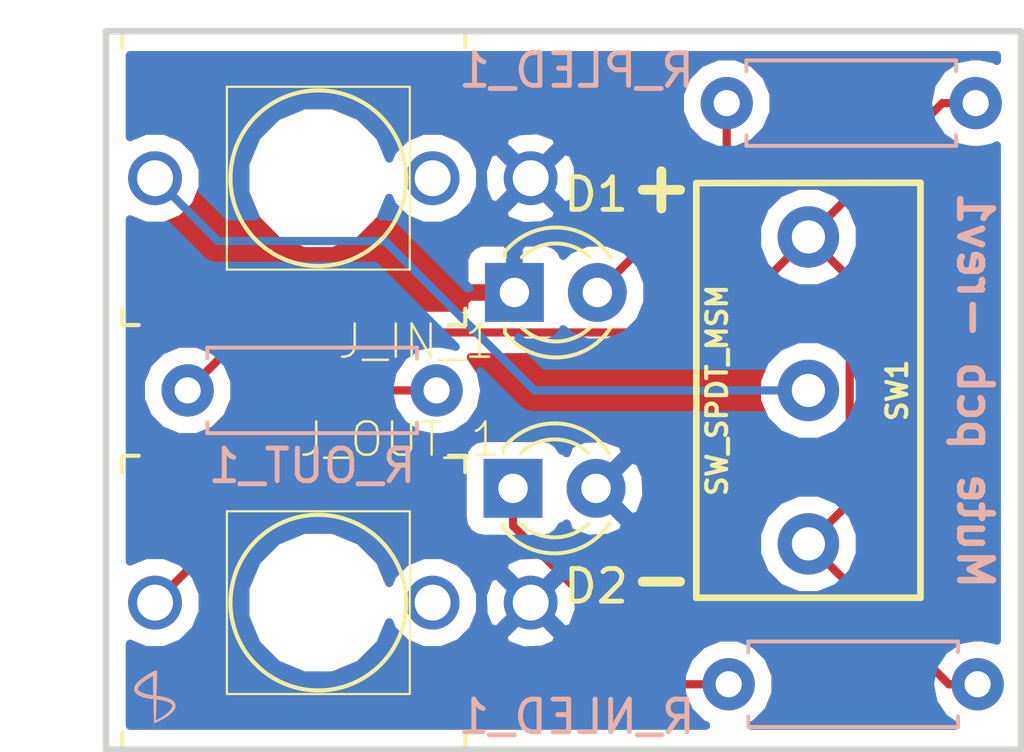
<source format=kicad_pcb>
(kicad_pcb (version 20171130) (host pcbnew "(5.0.0)")

  (general
    (thickness 1.6)
    (drawings 7)
    (tracks 25)
    (zones 0)
    (modules 9)
    (nets 7)
  )

  (page A4)
  (layers
    (0 F.Cu signal)
    (31 B.Cu signal)
    (32 B.Adhes user hide)
    (33 F.Adhes user hide)
    (34 B.Paste user hide)
    (35 F.Paste user hide)
    (36 B.SilkS user)
    (37 F.SilkS user)
    (38 B.Mask user)
    (39 F.Mask user)
    (40 Dwgs.User user)
    (41 Cmts.User user)
    (42 Eco1.User user)
    (43 Eco2.User user)
    (44 Edge.Cuts user)
    (45 Margin user)
    (46 B.CrtYd user)
    (47 F.CrtYd user)
    (48 B.Fab user)
    (49 F.Fab user)
  )

  (setup
    (last_trace_width 0.25)
    (trace_clearance 0.2)
    (zone_clearance 0.508)
    (zone_45_only no)
    (trace_min 0.2)
    (segment_width 0.2)
    (edge_width 0.15)
    (via_size 0.8)
    (via_drill 0.4)
    (via_min_size 0.4)
    (via_min_drill 0.3)
    (uvia_size 0.3)
    (uvia_drill 0.1)
    (uvias_allowed no)
    (uvia_min_size 0.2)
    (uvia_min_drill 0.1)
    (pcb_text_width 0.3)
    (pcb_text_size 1.5 1.5)
    (mod_edge_width 0.15)
    (mod_text_size 1 1)
    (mod_text_width 0.15)
    (pad_size 1.524 1.524)
    (pad_drill 0.762)
    (pad_to_mask_clearance 0.2)
    (aux_axis_origin 0 0)
    (visible_elements 7FFFFFFF)
    (pcbplotparams
      (layerselection 0x010fc_ffffffff)
      (usegerberextensions false)
      (usegerberattributes false)
      (usegerberadvancedattributes false)
      (creategerberjobfile false)
      (excludeedgelayer true)
      (linewidth 0.100000)
      (plotframeref false)
      (viasonmask false)
      (mode 1)
      (useauxorigin false)
      (hpglpennumber 1)
      (hpglpenspeed 20)
      (hpglpendiameter 15.000000)
      (psnegative false)
      (psa4output false)
      (plotreference true)
      (plotvalue true)
      (plotinvisibletext false)
      (padsonsilk false)
      (subtractmaskfromsilk false)
      (outputformat 1)
      (mirror false)
      (drillshape 0)
      (scaleselection 1)
      (outputdirectory "gerbers/"))
  )

  (net 0 "")
  (net 1 "Net-(D1-Pad2)")
  (net 2 GND)
  (net 3 "Net-(D2-Pad1)")
  (net 4 "Net-(J_IN_1-PadP$1_TIP)")
  (net 5 "Net-(J_OUT_1-PadP$1_TIP)")
  (net 6 "Net-(R_NLED_1-Pad2)")

  (net_class Default "Dit is de standaard class."
    (clearance 0.2)
    (trace_width 0.25)
    (via_dia 0.8)
    (via_drill 0.4)
    (uvia_dia 0.3)
    (uvia_drill 0.1)
    (add_net GND)
    (add_net "Net-(D1-Pad2)")
    (add_net "Net-(D2-Pad1)")
    (add_net "Net-(J_IN_1-PadP$1_TIP)")
    (add_net "Net-(J_OUT_1-PadP$1_TIP)")
    (add_net "Net-(R_NLED_1-Pad2)")
  )

  (module Coriolis-KiCad:MusicThingModular-WQP-PJ301M-12_JACK (layer F.Cu) (tedit 5B782B76) (tstamp 5B847B4E)
    (at 6.5 17.5 90)
    (path /5AA051F8)
    (attr virtual)
    (fp_text reference J_OUT_1 (at 5 2.5 180) (layer F.SilkS)
      (effects (font (size 1.016 1.016) (thickness 0.0762)))
    )
    (fp_text value thonkiconn (at 0 0 90) (layer F.SilkS) hide
      (effects (font (size 1.27 1.27) (thickness 0.15)))
    )
    (fp_circle (center 0 0) (end 0 -2.68986) (layer F.SilkS) (width 0.127))
    (fp_circle (center 0 0) (end 0 -3.15976) (layer Dwgs.User) (width 0.127))
    (fp_line (start -4.49834 4.49834) (end -3.99796 4.49834) (layer F.SilkS) (width 0.127))
    (fp_line (start -4.49834 3.99796) (end -4.49834 4.49834) (layer F.SilkS) (width 0.127))
    (fp_line (start 4.49834 4.49834) (end 3.99796 4.49834) (layer F.SilkS) (width 0.127))
    (fp_line (start 4.49834 3.99796) (end 4.49834 4.49834) (layer F.SilkS) (width 0.127))
    (fp_line (start 4.49834 -5.99948) (end 4.49834 -5.4991) (layer F.SilkS) (width 0.127))
    (fp_line (start 3.99796 -5.99948) (end 4.49834 -5.99948) (layer F.SilkS) (width 0.127))
    (fp_line (start -4.49834 -5.99948) (end -3.99796 -5.99948) (layer F.SilkS) (width 0.127))
    (fp_line (start -4.49834 -5.4991) (end -4.49834 -5.99948) (layer F.SilkS) (width 0.127))
    (fp_line (start 0.19812 6.69798) (end 0.19812 4.49834) (layer Dwgs.User) (width 0.127))
    (fp_line (start -0.19812 6.69798) (end 0.19812 6.69798) (layer Dwgs.User) (width 0.127))
    (fp_line (start -0.19812 4.59994) (end -0.19812 6.69798) (layer Dwgs.User) (width 0.127))
    (fp_line (start 1.4986 -3.99796) (end 1.4986 -5.99948) (layer Dwgs.User) (width 0.127))
    (fp_line (start -1.4986 -3.99796) (end 1.4986 -3.99796) (layer Dwgs.User) (width 0.127))
    (fp_line (start -1.4986 -5.99948) (end -1.4986 -3.99796) (layer Dwgs.User) (width 0.127))
    (fp_line (start 4.49834 4.49834) (end 4.49834 -5.99948) (layer Dwgs.User) (width 0.127))
    (fp_line (start 0.19812 4.49834) (end 4.49834 4.49834) (layer Dwgs.User) (width 0.127))
    (fp_line (start -4.49834 4.49834) (end 0.19812 4.49834) (layer Dwgs.User) (width 0.127))
    (fp_line (start -4.49834 -5.99948) (end -4.49834 4.49834) (layer Dwgs.User) (width 0.127))
    (fp_line (start 1.4986 -5.99948) (end 4.49834 -5.99948) (layer Dwgs.User) (width 0.127))
    (fp_line (start -1.4986 -5.99948) (end 1.4986 -5.99948) (layer Dwgs.User) (width 0.127))
    (fp_line (start -4.49834 -5.99948) (end -1.4986 -5.99948) (layer Dwgs.User) (width 0.127))
    (fp_line (start -2.79908 2.79908) (end -2.79908 -2.79908) (layer F.SilkS) (width 0.06604))
    (fp_line (start -2.79908 -2.79908) (end 2.79908 -2.79908) (layer F.SilkS) (width 0.06604))
    (fp_line (start 2.79908 2.79908) (end 2.79908 -2.79908) (layer F.SilkS) (width 0.06604))
    (fp_line (start -2.79908 2.79908) (end 2.79908 2.79908) (layer F.SilkS) (width 0.06604))
    (pad "" np_thru_hole circle (at 0 0 90) (size 3.2 3.2) (drill 3.2) (layers *.Cu *.Mask))
    (pad P$3_SLEEVE thru_hole circle (at 0 6.49986 90) (size 1.64846 1.64846) (drill 1.09982) (layers *.Cu *.Paste *.Mask)
      (net 2 GND))
    (pad P$2_SWITCH thru_hole circle (at 0 3.49758 90) (size 1.64846 1.64846) (drill 1.09982) (layers *.Cu *.Paste *.Mask))
    (pad P$1_TIP thru_hole circle (at 0 -4.99872 90) (size 1.64846 1.64846) (drill 1.09982) (layers *.Cu *.Paste *.Mask)
      (net 5 "Net-(J_OUT_1-PadP$1_TIP)"))
  )

  (module LEDs:LED_D3.0mm (layer F.Cu) (tedit 587A3A7B) (tstamp 5B847AF5)
    (at 12.5 8)
    (descr "LED, diameter 3.0mm, 2 pins")
    (tags "LED diameter 3.0mm 2 pins")
    (path /5AA0557F)
    (fp_text reference D1 (at 2.5 -3) (layer F.SilkS)
      (effects (font (size 1 1) (thickness 0.15)))
    )
    (fp_text value LED_POS (at 1.27 2.96) (layer F.Fab)
      (effects (font (size 1 1) (thickness 0.15)))
    )
    (fp_line (start 3.7 -2.25) (end -1.15 -2.25) (layer F.CrtYd) (width 0.05))
    (fp_line (start 3.7 2.25) (end 3.7 -2.25) (layer F.CrtYd) (width 0.05))
    (fp_line (start -1.15 2.25) (end 3.7 2.25) (layer F.CrtYd) (width 0.05))
    (fp_line (start -1.15 -2.25) (end -1.15 2.25) (layer F.CrtYd) (width 0.05))
    (fp_line (start -0.29 1.08) (end -0.29 1.236) (layer F.SilkS) (width 0.12))
    (fp_line (start -0.29 -1.236) (end -0.29 -1.08) (layer F.SilkS) (width 0.12))
    (fp_line (start -0.23 -1.16619) (end -0.23 1.16619) (layer F.Fab) (width 0.1))
    (fp_circle (center 1.27 0) (end 2.77 0) (layer F.Fab) (width 0.1))
    (fp_arc (start 1.27 0) (end 0.229039 1.08) (angle -87.9) (layer F.SilkS) (width 0.12))
    (fp_arc (start 1.27 0) (end 0.229039 -1.08) (angle 87.9) (layer F.SilkS) (width 0.12))
    (fp_arc (start 1.27 0) (end -0.29 1.235516) (angle -108.8) (layer F.SilkS) (width 0.12))
    (fp_arc (start 1.27 0) (end -0.29 -1.235516) (angle 108.8) (layer F.SilkS) (width 0.12))
    (fp_arc (start 1.27 0) (end -0.23 -1.16619) (angle 284.3) (layer F.Fab) (width 0.1))
    (pad 2 thru_hole circle (at 2.54 0) (size 1.8 1.8) (drill 0.9) (layers *.Cu *.Mask)
      (net 1 "Net-(D1-Pad2)"))
    (pad 1 thru_hole rect (at 0 0) (size 1.8 1.8) (drill 0.9) (layers *.Cu *.Mask)
      (net 2 GND))
    (model ${KISYS3DMOD}/LEDs.3dshapes/LED_D3.0mm.wrl
      (at (xyz 0 0 0))
      (scale (xyz 0.393701 0.393701 0.393701))
      (rotate (xyz 0 0 0))
    )
  )

  (module LEDs:LED_D3.0mm (layer F.Cu) (tedit 587A3A7B) (tstamp 5B847B08)
    (at 12.46 14)
    (descr "LED, diameter 3.0mm, 2 pins")
    (tags "LED diameter 3.0mm 2 pins")
    (path /5B7817D3)
    (fp_text reference D2 (at 2.54 3) (layer F.SilkS)
      (effects (font (size 1 1) (thickness 0.15)))
    )
    (fp_text value LED_NEG (at 1.27 2.96) (layer F.Fab)
      (effects (font (size 1 1) (thickness 0.15)))
    )
    (fp_arc (start 1.27 0) (end -0.23 -1.16619) (angle 284.3) (layer F.Fab) (width 0.1))
    (fp_arc (start 1.27 0) (end -0.29 -1.235516) (angle 108.8) (layer F.SilkS) (width 0.12))
    (fp_arc (start 1.27 0) (end -0.29 1.235516) (angle -108.8) (layer F.SilkS) (width 0.12))
    (fp_arc (start 1.27 0) (end 0.229039 -1.08) (angle 87.9) (layer F.SilkS) (width 0.12))
    (fp_arc (start 1.27 0) (end 0.229039 1.08) (angle -87.9) (layer F.SilkS) (width 0.12))
    (fp_circle (center 1.27 0) (end 2.77 0) (layer F.Fab) (width 0.1))
    (fp_line (start -0.23 -1.16619) (end -0.23 1.16619) (layer F.Fab) (width 0.1))
    (fp_line (start -0.29 -1.236) (end -0.29 -1.08) (layer F.SilkS) (width 0.12))
    (fp_line (start -0.29 1.08) (end -0.29 1.236) (layer F.SilkS) (width 0.12))
    (fp_line (start -1.15 -2.25) (end -1.15 2.25) (layer F.CrtYd) (width 0.05))
    (fp_line (start -1.15 2.25) (end 3.7 2.25) (layer F.CrtYd) (width 0.05))
    (fp_line (start 3.7 2.25) (end 3.7 -2.25) (layer F.CrtYd) (width 0.05))
    (fp_line (start 3.7 -2.25) (end -1.15 -2.25) (layer F.CrtYd) (width 0.05))
    (pad 1 thru_hole rect (at 0 0) (size 1.8 1.8) (drill 0.9) (layers *.Cu *.Mask)
      (net 3 "Net-(D2-Pad1)"))
    (pad 2 thru_hole circle (at 2.54 0) (size 1.8 1.8) (drill 0.9) (layers *.Cu *.Mask)
      (net 2 GND))
    (model ${KISYS3DMOD}/LEDs.3dshapes/LED_D3.0mm.wrl
      (at (xyz 0 0 0))
      (scale (xyz 0.393701 0.393701 0.393701))
      (rotate (xyz 0 0 0))
    )
  )

  (module Coriolis-KiCad:MusicThingModular-WQP-PJ301M-12_JACK (layer F.Cu) (tedit 5B782B74) (tstamp 5B847B2B)
    (at 6.5 4.5 90)
    (path /5AA051C1)
    (attr virtual)
    (fp_text reference J_IN_1 (at -5 3 180) (layer F.SilkS)
      (effects (font (size 1.016 1.016) (thickness 0.0762)))
    )
    (fp_text value thonkiconn (at 0 0 90) (layer F.SilkS) hide
      (effects (font (size 1.27 1.27) (thickness 0.15)))
    )
    (fp_line (start -2.79908 2.79908) (end 2.79908 2.79908) (layer F.SilkS) (width 0.06604))
    (fp_line (start 2.79908 2.79908) (end 2.79908 -2.79908) (layer F.SilkS) (width 0.06604))
    (fp_line (start -2.79908 -2.79908) (end 2.79908 -2.79908) (layer F.SilkS) (width 0.06604))
    (fp_line (start -2.79908 2.79908) (end -2.79908 -2.79908) (layer F.SilkS) (width 0.06604))
    (fp_line (start -4.49834 -5.99948) (end -1.4986 -5.99948) (layer Dwgs.User) (width 0.127))
    (fp_line (start -1.4986 -5.99948) (end 1.4986 -5.99948) (layer Dwgs.User) (width 0.127))
    (fp_line (start 1.4986 -5.99948) (end 4.49834 -5.99948) (layer Dwgs.User) (width 0.127))
    (fp_line (start -4.49834 -5.99948) (end -4.49834 4.49834) (layer Dwgs.User) (width 0.127))
    (fp_line (start -4.49834 4.49834) (end 0.19812 4.49834) (layer Dwgs.User) (width 0.127))
    (fp_line (start 0.19812 4.49834) (end 4.49834 4.49834) (layer Dwgs.User) (width 0.127))
    (fp_line (start 4.49834 4.49834) (end 4.49834 -5.99948) (layer Dwgs.User) (width 0.127))
    (fp_line (start -1.4986 -5.99948) (end -1.4986 -3.99796) (layer Dwgs.User) (width 0.127))
    (fp_line (start -1.4986 -3.99796) (end 1.4986 -3.99796) (layer Dwgs.User) (width 0.127))
    (fp_line (start 1.4986 -3.99796) (end 1.4986 -5.99948) (layer Dwgs.User) (width 0.127))
    (fp_line (start -0.19812 4.59994) (end -0.19812 6.69798) (layer Dwgs.User) (width 0.127))
    (fp_line (start -0.19812 6.69798) (end 0.19812 6.69798) (layer Dwgs.User) (width 0.127))
    (fp_line (start 0.19812 6.69798) (end 0.19812 4.49834) (layer Dwgs.User) (width 0.127))
    (fp_line (start -4.49834 -5.4991) (end -4.49834 -5.99948) (layer F.SilkS) (width 0.127))
    (fp_line (start -4.49834 -5.99948) (end -3.99796 -5.99948) (layer F.SilkS) (width 0.127))
    (fp_line (start 3.99796 -5.99948) (end 4.49834 -5.99948) (layer F.SilkS) (width 0.127))
    (fp_line (start 4.49834 -5.99948) (end 4.49834 -5.4991) (layer F.SilkS) (width 0.127))
    (fp_line (start 4.49834 3.99796) (end 4.49834 4.49834) (layer F.SilkS) (width 0.127))
    (fp_line (start 4.49834 4.49834) (end 3.99796 4.49834) (layer F.SilkS) (width 0.127))
    (fp_line (start -4.49834 3.99796) (end -4.49834 4.49834) (layer F.SilkS) (width 0.127))
    (fp_line (start -4.49834 4.49834) (end -3.99796 4.49834) (layer F.SilkS) (width 0.127))
    (fp_circle (center 0 0) (end 0 -3.15976) (layer Dwgs.User) (width 0.127))
    (fp_circle (center 0 0) (end 0 -2.68986) (layer F.SilkS) (width 0.127))
    (pad P$1_TIP thru_hole circle (at 0 -4.99872 90) (size 1.64846 1.64846) (drill 1.09982) (layers *.Cu *.Paste *.Mask)
      (net 4 "Net-(J_IN_1-PadP$1_TIP)"))
    (pad P$2_SWITCH thru_hole circle (at 0 3.49758 90) (size 1.64846 1.64846) (drill 1.09982) (layers *.Cu *.Paste *.Mask))
    (pad P$3_SLEEVE thru_hole circle (at 0 6.49986 90) (size 1.64846 1.64846) (drill 1.09982) (layers *.Cu *.Paste *.Mask)
      (net 2 GND))
    (pad "" np_thru_hole circle (at 0 0 90) (size 3.2 3.2) (drill 3.2) (layers *.Cu *.Mask))
  )

  (module Resistors_THT:R_Axial_DIN0207_L6.3mm_D2.5mm_P7.62mm_Horizontal (layer B.Cu) (tedit 5874F706) (tstamp 5B8B105E)
    (at 19.06 20)
    (descr "Resistor, Axial_DIN0207 series, Axial, Horizontal, pin pitch=7.62mm, 0.25W = 1/4W, length*diameter=6.3*2.5mm^2, http://cdn-reichelt.de/documents/datenblatt/B400/1_4W%23YAG.pdf")
    (tags "Resistor Axial_DIN0207 series Axial Horizontal pin pitch 7.62mm 0.25W = 1/4W length 6.3mm diameter 2.5mm")
    (path /5B78196E)
    (fp_text reference R_NLED_1 (at -4.66 1) (layer B.SilkS)
      (effects (font (size 1 1) (thickness 0.15)) (justify mirror))
    )
    (fp_text value 1K (at 3.81 -2.31) (layer B.Fab)
      (effects (font (size 1 1) (thickness 0.15)) (justify mirror))
    )
    (fp_line (start 8.7 1.6) (end -1.05 1.6) (layer B.CrtYd) (width 0.05))
    (fp_line (start 8.7 -1.6) (end 8.7 1.6) (layer B.CrtYd) (width 0.05))
    (fp_line (start -1.05 -1.6) (end 8.7 -1.6) (layer B.CrtYd) (width 0.05))
    (fp_line (start -1.05 1.6) (end -1.05 -1.6) (layer B.CrtYd) (width 0.05))
    (fp_line (start 7.02 -1.31) (end 7.02 -0.98) (layer B.SilkS) (width 0.12))
    (fp_line (start 0.6 -1.31) (end 7.02 -1.31) (layer B.SilkS) (width 0.12))
    (fp_line (start 0.6 -0.98) (end 0.6 -1.31) (layer B.SilkS) (width 0.12))
    (fp_line (start 7.02 1.31) (end 7.02 0.98) (layer B.SilkS) (width 0.12))
    (fp_line (start 0.6 1.31) (end 7.02 1.31) (layer B.SilkS) (width 0.12))
    (fp_line (start 0.6 0.98) (end 0.6 1.31) (layer B.SilkS) (width 0.12))
    (fp_line (start 7.62 0) (end 6.96 0) (layer B.Fab) (width 0.1))
    (fp_line (start 0 0) (end 0.66 0) (layer B.Fab) (width 0.1))
    (fp_line (start 6.96 1.25) (end 0.66 1.25) (layer B.Fab) (width 0.1))
    (fp_line (start 6.96 -1.25) (end 6.96 1.25) (layer B.Fab) (width 0.1))
    (fp_line (start 0.66 -1.25) (end 6.96 -1.25) (layer B.Fab) (width 0.1))
    (fp_line (start 0.66 1.25) (end 0.66 -1.25) (layer B.Fab) (width 0.1))
    (pad 2 thru_hole oval (at 7.62 0) (size 1.6 1.6) (drill 0.8) (layers *.Cu *.Mask)
      (net 6 "Net-(R_NLED_1-Pad2)"))
    (pad 1 thru_hole circle (at 0 0) (size 1.6 1.6) (drill 0.8) (layers *.Cu *.Mask)
      (net 3 "Net-(D2-Pad1)"))
    (model ${KISYS3DMOD}/Resistors_THT.3dshapes/R_Axial_DIN0207_L6.3mm_D2.5mm_P7.62mm_Horizontal.wrl
      (at (xyz 0 0 0))
      (scale (xyz 0.393701 0.393701 0.393701))
      (rotate (xyz 0 0 0))
    )
  )

  (module Resistors_THT:R_Axial_DIN0207_L6.3mm_D2.5mm_P7.62mm_Horizontal (layer B.Cu) (tedit 5874F706) (tstamp 5B8B1073)
    (at 2.5 11)
    (descr "Resistor, Axial_DIN0207 series, Axial, Horizontal, pin pitch=7.62mm, 0.25W = 1/4W, length*diameter=6.3*2.5mm^2, http://cdn-reichelt.de/documents/datenblatt/B400/1_4W%23YAG.pdf")
    (tags "Resistor Axial_DIN0207 series Axial Horizontal pin pitch 7.62mm 0.25W = 1/4W length 6.3mm diameter 2.5mm")
    (path /5B714058)
    (fp_text reference R_OUT_1 (at 3.81 2.31) (layer B.SilkS)
      (effects (font (size 1 1) (thickness 0.15)) (justify mirror))
    )
    (fp_text value 1K (at 3.81 -2.31) (layer B.Fab)
      (effects (font (size 1 1) (thickness 0.15)) (justify mirror))
    )
    (fp_line (start 0.66 1.25) (end 0.66 -1.25) (layer B.Fab) (width 0.1))
    (fp_line (start 0.66 -1.25) (end 6.96 -1.25) (layer B.Fab) (width 0.1))
    (fp_line (start 6.96 -1.25) (end 6.96 1.25) (layer B.Fab) (width 0.1))
    (fp_line (start 6.96 1.25) (end 0.66 1.25) (layer B.Fab) (width 0.1))
    (fp_line (start 0 0) (end 0.66 0) (layer B.Fab) (width 0.1))
    (fp_line (start 7.62 0) (end 6.96 0) (layer B.Fab) (width 0.1))
    (fp_line (start 0.6 0.98) (end 0.6 1.31) (layer B.SilkS) (width 0.12))
    (fp_line (start 0.6 1.31) (end 7.02 1.31) (layer B.SilkS) (width 0.12))
    (fp_line (start 7.02 1.31) (end 7.02 0.98) (layer B.SilkS) (width 0.12))
    (fp_line (start 0.6 -0.98) (end 0.6 -1.31) (layer B.SilkS) (width 0.12))
    (fp_line (start 0.6 -1.31) (end 7.02 -1.31) (layer B.SilkS) (width 0.12))
    (fp_line (start 7.02 -1.31) (end 7.02 -0.98) (layer B.SilkS) (width 0.12))
    (fp_line (start -1.05 1.6) (end -1.05 -1.6) (layer B.CrtYd) (width 0.05))
    (fp_line (start -1.05 -1.6) (end 8.7 -1.6) (layer B.CrtYd) (width 0.05))
    (fp_line (start 8.7 -1.6) (end 8.7 1.6) (layer B.CrtYd) (width 0.05))
    (fp_line (start 8.7 1.6) (end -1.05 1.6) (layer B.CrtYd) (width 0.05))
    (pad 1 thru_hole circle (at 0 0) (size 1.6 1.6) (drill 0.8) (layers *.Cu *.Mask)
      (net 6 "Net-(R_NLED_1-Pad2)"))
    (pad 2 thru_hole oval (at 7.62 0) (size 1.6 1.6) (drill 0.8) (layers *.Cu *.Mask)
      (net 5 "Net-(J_OUT_1-PadP$1_TIP)"))
    (model ${KISYS3DMOD}/Resistors_THT.3dshapes/R_Axial_DIN0207_L6.3mm_D2.5mm_P7.62mm_Horizontal.wrl
      (at (xyz 0 0 0))
      (scale (xyz 0.393701 0.393701 0.393701))
      (rotate (xyz 0 0 0))
    )
  )

  (module Resistors_THT:R_Axial_DIN0207_L6.3mm_D2.5mm_P7.62mm_Horizontal (layer B.Cu) (tedit 5874F706) (tstamp 5B8B1088)
    (at 19 2.2)
    (descr "Resistor, Axial_DIN0207 series, Axial, Horizontal, pin pitch=7.62mm, 0.25W = 1/4W, length*diameter=6.3*2.5mm^2, http://cdn-reichelt.de/documents/datenblatt/B400/1_4W%23YAG.pdf")
    (tags "Resistor Axial_DIN0207 series Axial Horizontal pin pitch 7.62mm 0.25W = 1/4W length 6.3mm diameter 2.5mm")
    (path /5AA053E6)
    (fp_text reference R_PLED_1 (at -4.6 -1) (layer B.SilkS)
      (effects (font (size 1 1) (thickness 0.15)) (justify mirror))
    )
    (fp_text value 1K (at 3.81 -2.31) (layer B.Fab)
      (effects (font (size 1 1) (thickness 0.15)) (justify mirror))
    )
    (fp_line (start 8.7 1.6) (end -1.05 1.6) (layer B.CrtYd) (width 0.05))
    (fp_line (start 8.7 -1.6) (end 8.7 1.6) (layer B.CrtYd) (width 0.05))
    (fp_line (start -1.05 -1.6) (end 8.7 -1.6) (layer B.CrtYd) (width 0.05))
    (fp_line (start -1.05 1.6) (end -1.05 -1.6) (layer B.CrtYd) (width 0.05))
    (fp_line (start 7.02 -1.31) (end 7.02 -0.98) (layer B.SilkS) (width 0.12))
    (fp_line (start 0.6 -1.31) (end 7.02 -1.31) (layer B.SilkS) (width 0.12))
    (fp_line (start 0.6 -0.98) (end 0.6 -1.31) (layer B.SilkS) (width 0.12))
    (fp_line (start 7.02 1.31) (end 7.02 0.98) (layer B.SilkS) (width 0.12))
    (fp_line (start 0.6 1.31) (end 7.02 1.31) (layer B.SilkS) (width 0.12))
    (fp_line (start 0.6 0.98) (end 0.6 1.31) (layer B.SilkS) (width 0.12))
    (fp_line (start 7.62 0) (end 6.96 0) (layer B.Fab) (width 0.1))
    (fp_line (start 0 0) (end 0.66 0) (layer B.Fab) (width 0.1))
    (fp_line (start 6.96 1.25) (end 0.66 1.25) (layer B.Fab) (width 0.1))
    (fp_line (start 6.96 -1.25) (end 6.96 1.25) (layer B.Fab) (width 0.1))
    (fp_line (start 0.66 -1.25) (end 6.96 -1.25) (layer B.Fab) (width 0.1))
    (fp_line (start 0.66 1.25) (end 0.66 -1.25) (layer B.Fab) (width 0.1))
    (pad 2 thru_hole oval (at 7.62 0) (size 1.6 1.6) (drill 0.8) (layers *.Cu *.Mask)
      (net 6 "Net-(R_NLED_1-Pad2)"))
    (pad 1 thru_hole circle (at 0 0) (size 1.6 1.6) (drill 0.8) (layers *.Cu *.Mask)
      (net 1 "Net-(D1-Pad2)"))
    (model ${KISYS3DMOD}/Resistors_THT.3dshapes/R_Axial_DIN0207_L6.3mm_D2.5mm_P7.62mm_Horizontal.wrl
      (at (xyz 0 0 0))
      (scale (xyz 0.393701 0.393701 0.393701))
      (rotate (xyz 0 0 0))
    )
  )

  (module "Coriolis-KiCad:Miniswitch(4.7mm)" (layer F.Cu) (tedit 5B783B0B) (tstamp 5B8B109D)
    (at 21.5 11 180)
    (descr "SPDT PTH SLIDE SWITCH")
    (tags "SPDT PTH SLIDE SWITCH")
    (path /5B781E8C)
    (attr virtual)
    (fp_text reference SW1 (at -2.7178 0 270) (layer F.SilkS)
      (effects (font (size 0.6096 0.6096) (thickness 0.127)))
    )
    (fp_text value SW_SPDT_MSM (at 2.794 0 270) (layer F.SilkS)
      (effects (font (size 0.6096 0.6096) (thickness 0.127)))
    )
    (fp_line (start 3.43 -6.35) (end -3.43 -6.35) (layer F.SilkS) (width 0.2032))
    (fp_line (start -3.43 -6.35) (end -3.43 6.35) (layer F.SilkS) (width 0.2032))
    (fp_line (start -3.43 6.36) (end 3.43 6.35) (layer F.SilkS) (width 0.2032))
    (fp_line (start 3.43 6.35) (end 3.43 -6.35) (layer F.SilkS) (width 0.2032))
    (pad 1 thru_hole circle (at 0 -4.7 180) (size 1.8796 1.8796) (drill 1.016) (layers *.Cu *.Mask)
      (net 6 "Net-(R_NLED_1-Pad2)") (solder_mask_margin 0.1016))
    (pad 2 thru_hole circle (at 0 0 180) (size 1.8796 1.8796) (drill 1.016) (layers *.Cu *.Mask)
      (net 4 "Net-(J_IN_1-PadP$1_TIP)") (solder_mask_margin 0.1016))
    (pad 3 thru_hole circle (at 0 4.7 180) (size 1.8796 1.8796) (drill 1.016) (layers *.Cu *.Mask)
      (net 6 "Net-(R_NLED_1-Pad2)") (solder_mask_margin 0.1016))
  )

  (module Coriolis-KiCad:art_CoriolisEmblem (layer B.Cu) (tedit 5A759BAA) (tstamp 5B82CD71)
    (at 1.5 20.4 180)
    (fp_text reference REF** (at 0 -2.54 180) (layer B.SilkS) hide
      (effects (font (size 1 1) (thickness 0.15)) (justify mirror))
    )
    (fp_text value CoriolisLogo (at 0 2.54 180) (layer B.Fab)
      (effects (font (size 1 1) (thickness 0.15)) (justify mirror))
    )
    (fp_line (start 0.170343 0.050301) (end 0.160267 0.048513) (layer B.SilkS) (width 0.05))
    (fp_line (start 0.140073 0.045083) (end 0.129956 0.04344) (layer B.SilkS) (width 0.05))
    (fp_line (start 0.089441 0.037319) (end 0.079305 0.035897) (layer B.SilkS) (width 0.05))
    (fp_line (start 0.180425 0.052144) (end 0.170343 0.050301) (layer B.SilkS) (width 0.05))
    (fp_line (start 0.339598 0.090434) (end 0.329807 0.087441) (layer B.SilkS) (width 0.05))
    (fp_line (start 0.129956 0.04344) (end 0.119833 0.041842) (layer B.SilkS) (width 0.05))
    (fp_line (start 0.099583 0.038785) (end 0.089441 0.037319) (layer B.SilkS) (width 0.05))
    (fp_line (start 0.04886 0.031869) (end 0.038695 0.030602) (layer B.SilkS) (width 0.05))
    (fp_line (start 0.119833 0.041842) (end 0.109711 0.040292) (layer B.SilkS) (width 0.05))
    (fp_line (start 0.250605 0.066647) (end 0.240617 0.064388) (layer B.SilkS) (width 0.05))
    (fp_line (start 0.26057 0.068974) (end 0.250605 0.066647) (layer B.SilkS) (width 0.05))
    (fp_line (start 0.059014 0.033173) (end 0.04886 0.031869) (layer B.SilkS) (width 0.05))
    (fp_line (start 0.329807 0.087441) (end 0.319982 0.084544) (layer B.SilkS) (width 0.05))
    (fp_line (start -0.001969 0.025897) (end -0.002011 0.025892) (layer B.SilkS) (width 0.05))
    (fp_line (start 0.280458 0.073845) (end 0.270525 0.071373) (layer B.SilkS) (width 0.05))
    (fp_line (start -0.002011 0.025892) (end -0.002009 0.025895) (layer B.SilkS) (width 0.05))
    (fp_line (start 0.018377 0.02818) (end 0.008201 0.027021) (layer B.SilkS) (width 0.05))
    (fp_line (start 0.270525 0.071373) (end 0.26057 0.068974) (layer B.SilkS) (width 0.05))
    (fp_line (start 0.378434 0.103486) (end 0.368787 0.100051) (layer B.SilkS) (width 0.05))
    (fp_line (start 0.069158 0.034515) (end 0.059014 0.033173) (layer B.SilkS) (width 0.05))
    (fp_line (start 0.23061 0.062194) (end 0.220604 0.060067) (layer B.SilkS) (width 0.05))
    (fp_line (start 0.300258 0.079024) (end 0.290372 0.076395) (layer B.SilkS) (width 0.05))
    (fp_line (start 0.200541 0.055991) (end 0.190494 0.054041) (layer B.SilkS) (width 0.05))
    (fp_line (start 0.349365 0.093531) (end 0.339598 0.090434) (layer B.SilkS) (width 0.05))
    (fp_line (start 0.079305 0.035897) (end 0.069158 0.034515) (layer B.SilkS) (width 0.05))
    (fp_line (start 0.310125 0.081738) (end 0.300258 0.079024) (layer B.SilkS) (width 0.05))
    (fp_line (start 0.160267 0.048513) (end 0.150182 0.046775) (layer B.SilkS) (width 0.05))
    (fp_line (start 0.210584 0.058) (end 0.200541 0.055991) (layer B.SilkS) (width 0.05))
    (fp_line (start 0.028543 0.029374) (end 0.018377 0.02818) (layer B.SilkS) (width 0.05))
    (fp_line (start 0.150182 0.046775) (end 0.140073 0.045083) (layer B.SilkS) (width 0.05))
    (fp_line (start 0.359091 0.096733) (end 0.349365 0.093531) (layer B.SilkS) (width 0.05))
    (fp_line (start 0.290372 0.076395) (end 0.280458 0.073845) (layer B.SilkS) (width 0.05))
    (fp_line (start 0.109711 0.040292) (end 0.099583 0.038785) (layer B.SilkS) (width 0.05))
    (fp_line (start 0.190494 0.054041) (end 0.180425 0.052144) (layer B.SilkS) (width 0.05))
    (fp_line (start 0.319982 0.084544) (end 0.310125 0.081738) (layer B.SilkS) (width 0.05))
    (fp_line (start 0.368787 0.100051) (end 0.359091 0.096733) (layer B.SilkS) (width 0.05))
    (fp_line (start 0.038695 0.030602) (end 0.028543 0.029374) (layer B.SilkS) (width 0.05))
    (fp_line (start 0.240617 0.064388) (end 0.23061 0.062194) (layer B.SilkS) (width 0.05))
    (fp_line (start 0.008201 0.027021) (end -0.001969 0.025897) (layer B.SilkS) (width 0.05))
    (fp_line (start 0.220604 0.060067) (end 0.210584 0.058) (layer B.SilkS) (width 0.05))
    (fp_line (start 0.316559 0.531369) (end 0.324973 0.525363) (layer B.SilkS) (width 0.05))
    (fp_line (start 0.39065 0.475192) (end 0.398617 0.468621) (layer B.SilkS) (width 0.05))
    (fp_line (start 0.349963 0.507011) (end 0.358204 0.500777) (layer B.SilkS) (width 0.05))
    (fp_line (start 0.333342 0.519305) (end 0.341669 0.513191) (layer B.SilkS) (width 0.05))
    (fp_line (start 0.444923 0.427413) (end 0.452332 0.420211) (layer B.SilkS) (width 0.05))
    (fp_line (start 0.407063 0.114581) (end 0.397568 0.110739) (layer B.SilkS) (width 0.05))
    (fp_line (start 0.291119 0.549064) (end 0.299632 0.543217) (layer B.SilkS) (width 0.05))
    (fp_line (start 0.416491 0.118574) (end 0.407063 0.114581) (layer B.SilkS) (width 0.05))
    (fp_line (start 0.282561 0.55487) (end 0.291119 0.549064) (layer B.SilkS) (width 0.05))
    (fp_line (start 0.462348 0.141271) (end 0.453384 0.136315) (layer B.SilkS) (width 0.05))
    (fp_line (start 0.425845 0.12273) (end 0.416491 0.118574) (layer B.SilkS) (width 0.05))
    (fp_line (start 0.414364 0.455234) (end 0.422136 0.44841) (layer B.SilkS) (width 0.05))
    (fp_line (start 0.429815 0.441509) (end 0.43741 0.434515) (layer B.SilkS) (width 0.05))
    (fp_line (start 0.479824 0.151933) (end 0.471171 0.14647) (layer B.SilkS) (width 0.05))
    (fp_line (start 0.341669 0.513191) (end 0.349963 0.507011) (layer B.SilkS) (width 0.05))
    (fp_line (start 0.444305 0.131586) (end 0.435115 0.12706) (layer B.SilkS) (width 0.05))
    (fp_line (start 0.547793 0.27801) (end 0.549365 0.267935) (layer B.SilkS) (width 0.05))
    (fp_line (start 0.374528 0.488125) (end 0.382613 0.481697) (layer B.SilkS) (width 0.05))
    (fp_line (start 0.466822 0.405464) (end 0.473794 0.398031) (layer B.SilkS) (width 0.05))
    (fp_line (start 0.308111 0.53732) (end 0.316559 0.531369) (layer B.SilkS) (width 0.05))
    (fp_line (start 0.324973 0.525363) (end 0.333342 0.519305) (layer B.SilkS) (width 0.05))
    (fp_line (start 0.488283 0.157688) (end 0.479824 0.151933) (layer B.SilkS) (width 0.05))
    (fp_line (start 0.525909 0.192131) (end 0.519261 0.18435) (layer B.SilkS) (width 0.05))
    (fp_line (start 0.382613 0.481697) (end 0.39065 0.475192) (layer B.SilkS) (width 0.05))
    (fp_line (start 0.542202 0.297572) (end 0.545369 0.287895) (layer B.SilkS) (width 0.05))
    (fp_line (start 0.493997 0.375084) (end 0.500434 0.367189) (layer B.SilkS) (width 0.05))
    (fp_line (start 0.43741 0.434515) (end 0.444923 0.427413) (layer B.SilkS) (width 0.05))
    (fp_line (start 0.388029 0.107047) (end 0.378434 0.103486) (layer B.SilkS) (width 0.05))
    (fp_line (start 0.397568 0.110739) (end 0.388029 0.107047) (layer B.SilkS) (width 0.05))
    (fp_line (start 0.435115 0.12706) (end 0.425845 0.12273) (layer B.SilkS) (width 0.05))
    (fp_line (start 0.529253 0.325229) (end 0.534055 0.316241) (layer B.SilkS) (width 0.05))
    (fp_line (start 0.534055 0.316241) (end 0.5384 0.307021) (layer B.SilkS) (width 0.05))
    (fp_line (start 0.506691 0.359145) (end 0.512739 0.350941) (layer B.SilkS) (width 0.05))
    (fp_line (start 0.54801 0.237533) (end 0.545409 0.227695) (layer B.SilkS) (width 0.05))
    (fp_line (start 0.453384 0.136315) (end 0.444305 0.131586) (layer B.SilkS) (width 0.05))
    (fp_line (start 0.531913 0.200356) (end 0.525909 0.192131) (layer B.SilkS) (width 0.05))
    (fp_line (start 0.518539 0.342569) (end 0.524058 0.334006) (layer B.SilkS) (width 0.05))
    (fp_line (start 0.422136 0.44841) (end 0.429815 0.441509) (layer B.SilkS) (width 0.05))
    (fp_line (start 0.549535 0.247595) (end 0.54801 0.237533) (layer B.SilkS) (width 0.05))
    (fp_line (start 0.480659 0.390495) (end 0.487398 0.38285) (layer B.SilkS) (width 0.05))
    (fp_line (start 0.496511 0.163769) (end 0.488283 0.157688) (layer B.SilkS) (width 0.05))
    (fp_line (start 0.504461 0.17021) (end 0.496511 0.163769) (layer B.SilkS) (width 0.05))
    (fp_line (start 0.545409 0.227695) (end 0.541785 0.218164) (layer B.SilkS) (width 0.05))
    (fp_line (start 0.512739 0.350941) (end 0.518539 0.342569) (layer B.SilkS) (width 0.05))
    (fp_line (start 0.459633 0.412899) (end 0.466822 0.405464) (layer B.SilkS) (width 0.05))
    (fp_line (start 0.366393 0.494482) (end 0.374528 0.488125) (layer B.SilkS) (width 0.05))
    (fp_line (start 0.398617 0.468621) (end 0.406526 0.461967) (layer B.SilkS) (width 0.05))
    (fp_line (start 0.358204 0.500777) (end 0.366393 0.494482) (layer B.SilkS) (width 0.05))
    (fp_line (start 0.299632 0.543217) (end 0.308111 0.53732) (layer B.SilkS) (width 0.05))
    (fp_line (start 0.537249 0.209042) (end 0.531913 0.200356) (layer B.SilkS) (width 0.05))
    (fp_line (start 0.5384 0.307021) (end 0.542202 0.297572) (layer B.SilkS) (width 0.05))
    (fp_line (start 0.524058 0.334006) (end 0.529253 0.325229) (layer B.SilkS) (width 0.05))
    (fp_line (start 0.471171 0.14647) (end 0.462348 0.141271) (layer B.SilkS) (width 0.05))
    (fp_line (start 0.512077 0.177061) (end 0.504461 0.17021) (layer B.SilkS) (width 0.05))
    (fp_line (start 0.519261 0.18435) (end 0.512077 0.177061) (layer B.SilkS) (width 0.05))
    (fp_line (start 0.549972 0.257775) (end 0.549535 0.247595) (layer B.SilkS) (width 0.05))
    (fp_line (start 0.541785 0.218164) (end 0.537249 0.209042) (layer B.SilkS) (width 0.05))
    (fp_line (start 0.406526 0.461967) (end 0.414364 0.455234) (layer B.SilkS) (width 0.05))
    (fp_line (start 0.549365 0.267935) (end 0.549972 0.257775) (layer B.SilkS) (width 0.05))
    (fp_line (start 0.545369 0.287895) (end 0.547793 0.27801) (layer B.SilkS) (width 0.05))
    (fp_line (start 0.500434 0.367189) (end 0.506691 0.359145) (layer B.SilkS) (width 0.05))
    (fp_line (start 0.452332 0.420211) (end 0.459633 0.412899) (layer B.SilkS) (width 0.05))
    (fp_line (start 0.487398 0.38285) (end 0.493997 0.375084) (layer B.SilkS) (width 0.05))
    (fp_line (start 0.473794 0.398031) (end 0.480659 0.390495) (layer B.SilkS) (width 0.05))
    (fp_line (start -0.543467 -0.136941) (end -0.550798 -0.143938) (layer B.SilkS) (width 0.05))
    (fp_line (start -0.520037 -0.117576) (end -0.528069 -0.123763) (layer B.SilkS) (width 0.05))
    (fp_line (start -0.511808 -0.111653) (end -0.520037 -0.117576) (layer B.SilkS) (width 0.05))
    (fp_line (start -0.557864 -0.15121) (end -0.564644 -0.158753) (layer B.SilkS) (width 0.05))
    (fp_line (start -0.550798 -0.143938) (end -0.557864 -0.15121) (layer B.SilkS) (width 0.05))
    (fp_line (start -0.503405 -0.105989) (end -0.511808 -0.111653) (layer B.SilkS) (width 0.05))
    (fp_line (start -0.47727 -0.09045) (end -0.486119 -0.095396) (layer B.SilkS) (width 0.05))
    (fp_line (start -0.535892 -0.130223) (end -0.543467 -0.136941) (layer B.SilkS) (width 0.05))
    (fp_line (start -0.528069 -0.123763) (end -0.535892 -0.130223) (layer B.SilkS) (width 0.05))
    (fp_line (start -0.494834 -0.100572) (end -0.503405 -0.105989) (layer B.SilkS) (width 0.05))
    (fp_line (start -0.486119 -0.095396) (end -0.494834 -0.100572) (layer B.SilkS) (width 0.05))
    (fp_line (start -0.600212 -0.230802) (end -0.60195 -0.240819) (layer B.SilkS) (width 0.05))
    (fp_line (start -0.571116 -0.166552) (end -0.576996 -0.174842) (layer B.SilkS) (width 0.05))
    (fp_line (start -0.564644 -0.158753) (end -0.571116 -0.166552) (layer B.SilkS) (width 0.05))
    (fp_line (start -0.591284 -0.20171) (end -0.594872 -0.211213) (layer B.SilkS) (width 0.05))
    (fp_line (start -0.60195 -0.240819) (end -0.603057 -0.250912) (layer B.SilkS) (width 0.05))
    (fp_line (start -0.587099 -0.192457) (end -0.591284 -0.20171) (layer B.SilkS) (width 0.05))
    (fp_line (start -0.603057 -0.250912) (end -0.603533 -0.261056) (layer B.SilkS) (width 0.05))
    (fp_line (start -0.597851 -0.220925) (end -0.600212 -0.230802) (layer B.SilkS) (width 0.05))
    (fp_line (start -0.594872 -0.211213) (end -0.597851 -0.220925) (layer B.SilkS) (width 0.05))
    (fp_line (start -0.582327 -0.183482) (end -0.587099 -0.192457) (layer B.SilkS) (width 0.05))
    (fp_line (start -0.576996 -0.174842) (end -0.582327 -0.183482) (layer B.SilkS) (width 0.05))
    (fp_line (start -0.275603 -0.019085) (end -0.285579 -0.021589) (layer B.SilkS) (width 0.05))
    (fp_line (start -0.315373 -0.029573) (end -0.325256 -0.032397) (layer B.SilkS) (width 0.05))
    (fp_line (start -0.305462 -0.026831) (end -0.315373 -0.029573) (layer B.SilkS) (width 0.05))
    (fp_line (start -0.344945 -0.038299) (end -0.354736 -0.041376) (layer B.SilkS) (width 0.05))
    (fp_line (start -0.285579 -0.021589) (end -0.295527 -0.024169) (layer B.SilkS) (width 0.05))
    (fp_line (start -0.36451 -0.044545) (end -0.374252 -0.047804) (layer B.SilkS) (width 0.05))
    (fp_line (start -0.295527 -0.024169) (end -0.305462 -0.026831) (layer B.SilkS) (width 0.05))
    (fp_line (start -0.354736 -0.041376) (end -0.36451 -0.044545) (layer B.SilkS) (width 0.05))
    (fp_line (start -0.265618 -0.016659) (end -0.275603 -0.019085) (layer B.SilkS) (width 0.05))
    (fp_line (start -0.335118 -0.035306) (end -0.344945 -0.038299) (layer B.SilkS) (width 0.05))
    (fp_line (start -0.325256 -0.032397) (end -0.335118 -0.035306) (layer B.SilkS) (width 0.05))
    (fp_line (start 0.049467 0.692389) (end 0.058101 0.687871) (layer B.SilkS) (width 0.05))
    (fp_line (start 0.075318 0.678742) (end 0.083901 0.674131) (layer B.SilkS) (width 0.05))
    (fp_line (start 0.273981 0.560621) (end 0.282561 0.55487) (layer B.SilkS) (width 0.05))
    (fp_line (start 0.265359 0.566334) (end 0.273981 0.560621) (layer B.SilkS) (width 0.05))
    (fp_line (start 0.256712 0.571999) (end 0.265359 0.566334) (layer B.SilkS) (width 0.05))
    (fp_line (start 0.24804 0.577617) (end 0.256712 0.571999) (layer B.SilkS) (width 0.05))
    (fp_line (start 0.23934 0.583193) (end 0.24804 0.577617) (layer B.SilkS) (width 0.05))
    (fp_line (start 0.221846 0.594226) (end 0.230606 0.58873) (layer B.SilkS) (width 0.05))
    (fp_line (start 0.058101 0.687871) (end 0.066721 0.68332) (layer B.SilkS) (width 0.05))
    (fp_line (start 0.040811 0.696877) (end 0.049467 0.692389) (layer B.SilkS) (width 0.05))
    (fp_line (start 0.101018 0.664818) (end 0.109544 0.660121) (layer B.SilkS) (width 0.05))
    (fp_line (start 0.195446 0.610451) (end 0.20427 0.605082) (layer B.SilkS) (width 0.05))
    (fp_line (start 0.177715 0.621077) (end 0.186594 0.615782) (layer B.SilkS) (width 0.05))
    (fp_line (start 0.083901 0.674131) (end 0.092473 0.669487) (layer B.SilkS) (width 0.05))
    (fp_line (start 0.109544 0.660121) (end 0.118059 0.65539) (layer B.SilkS) (width 0.05))
    (fp_line (start 0.160402 0.631253) (end 0.16881 0.626335) (layer B.SilkS) (width 0.05))
    (fp_line (start 0.230606 0.58873) (end 0.23934 0.583193) (layer B.SilkS) (width 0.05))
    (fp_line (start 0.213066 0.599677) (end 0.221846 0.594226) (layer B.SilkS) (width 0.05))
    (fp_line (start 0.135042 0.645832) (end 0.143518 0.641002) (layer B.SilkS) (width 0.05))
    (fp_line (start 0.20427 0.605082) (end 0.213066 0.599677) (layer B.SilkS) (width 0.05))
    (fp_line (start 0.151965 0.636146) (end 0.160402 0.631253) (layer B.SilkS) (width 0.05))
    (fp_line (start 0.126554 0.650629) (end 0.135042 0.645832) (layer B.SilkS) (width 0.05))
    (fp_line (start 0.143518 0.641002) (end 0.151965 0.636146) (layer B.SilkS) (width 0.05))
    (fp_line (start 0.186594 0.615782) (end 0.195446 0.610451) (layer B.SilkS) (width 0.05))
    (fp_line (start 0.118059 0.65539) (end 0.126554 0.650629) (layer B.SilkS) (width 0.05))
    (fp_line (start 0.066721 0.68332) (end 0.075318 0.678742) (layer B.SilkS) (width 0.05))
    (fp_line (start 0.16881 0.626335) (end 0.177715 0.621077) (layer B.SilkS) (width 0.05))
    (fp_line (start 0.092473 0.669487) (end 0.101018 0.664818) (layer B.SilkS) (width 0.05))
    (fp_line (start 0.031175 0.666941) (end 0.031203 0.677333) (layer B.SilkS) (width 0.05))
    (fp_line (start 0.031144 0.65653) (end 0.031175 0.666941) (layer B.SilkS) (width 0.05))
    (fp_line (start 0.029719 0.438001) (end 0.029818 0.448406) (layer B.SilkS) (width 0.05))
    (fp_line (start 0.031292 0.739743) (end 0.031294 0.750138) (layer B.SilkS) (width 0.05))
    (fp_line (start 0.031264 0.70855) (end 0.031277 0.718945) (layer B.SilkS) (width 0.05))
    (fp_line (start 0.031247 0.698143) (end 0.031264 0.70855) (layer B.SilkS) (width 0.05))
    (fp_line (start 0.029511 0.417189) (end 0.029616 0.427587) (layer B.SilkS) (width 0.05))
    (fp_line (start 0.030099 0.47964) (end 0.030186 0.490045) (layer B.SilkS) (width 0.05))
    (fp_line (start 0.030709 0.562876) (end 0.030771 0.573279) (layer B.SilkS) (width 0.05))
    (fp_line (start 0.030351 0.510854) (end 0.030429 0.521266) (layer B.SilkS) (width 0.05))
    (fp_line (start 0.027878 0.281972) (end 0.028021 0.292379) (layer B.SilkS) (width 0.05))
    (fp_line (start 0.030575 0.542069) (end 0.030644 0.552478) (layer B.SilkS) (width 0.05))
    (fp_line (start 0.027585 0.261172) (end 0.027733 0.271576) (layer B.SilkS) (width 0.05))
    (fp_line (start 0.026967 0.219562) (end 0.027126 0.229971) (layer B.SilkS) (width 0.05))
    (fp_line (start 0.03111 0.646132) (end 0.031144 0.65653) (layer B.SilkS) (width 0.05))
    (fp_line (start 0.03027 0.50045) (end 0.030351 0.510854) (layer B.SilkS) (width 0.05))
    (fp_line (start 0.027733 0.271576) (end 0.027878 0.281972) (layer B.SilkS) (width 0.05))
    (fp_line (start -0.011522 0.723004) (end -0.004575 0.719711) (layer B.SilkS) (width 0.05))
    (fp_line (start 0.030186 0.490045) (end 0.03027 0.50045) (layer B.SilkS) (width 0.05))
    (fp_line (start 0.031071 0.635729) (end 0.03111 0.646132) (layer B.SilkS) (width 0.05))
    (fp_line (start 0.029818 0.448406) (end 0.029915 0.45882) (layer B.SilkS) (width 0.05))
    (fp_line (start 0.031287 0.729347) (end 0.031292 0.739743) (layer B.SilkS) (width 0.05))
    (fp_line (start 0.03103 0.625326) (end 0.031071 0.635729) (layer B.SilkS) (width 0.05))
    (fp_line (start 0.030829 0.583689) (end 0.030884 0.594098) (layer B.SilkS) (width 0.05))
    (fp_line (start 0.029177 0.385974) (end 0.029291 0.396374) (layer B.SilkS) (width 0.05))
    (fp_line (start 0.033136 0.700822) (end 0.040811 0.696877) (layer B.SilkS) (width 0.05))
    (fp_line (start 0.025453 0.704736) (end 0.033136 0.700822) (layer B.SilkS) (width 0.05))
    (fp_line (start 0.017751 0.708624) (end 0.025453 0.704736) (layer B.SilkS) (width 0.05))
    (fp_line (start 0.027282 0.240376) (end 0.027435 0.250769) (layer B.SilkS) (width 0.05))
    (fp_line (start 0.030884 0.594098) (end 0.030936 0.604506) (layer B.SilkS) (width 0.05))
    (fp_line (start 0.010045 0.712476) (end 0.017751 0.708624) (layer B.SilkS) (width 0.05))
    (fp_line (start 0.028431 0.323584) (end 0.028562 0.33398) (layer B.SilkS) (width 0.05))
    (fp_line (start 0.002316 0.716298) (end 0.010045 0.712476) (layer B.SilkS) (width 0.05))
    (fp_line (start 0.030008 0.469234) (end 0.030099 0.47964) (layer B.SilkS) (width 0.05))
    (fp_line (start -0.002959 0.728434) (end -0.011522 0.723004) (layer B.SilkS) (width 0.05))
    (fp_line (start 0.030985 0.614916) (end 0.03103 0.625326) (layer B.SilkS) (width 0.05))
    (fp_line (start 0.029291 0.396374) (end 0.029402 0.406785) (layer B.SilkS) (width 0.05))
    (fp_line (start 0.031227 0.687743) (end 0.031247 0.698143) (layer B.SilkS) (width 0.05))
    (fp_line (start 0.031203 0.677333) (end 0.031227 0.687743) (layer B.SilkS) (width 0.05))
    (fp_line (start 0.030429 0.521266) (end 0.030504 0.531676) (layer B.SilkS) (width 0.05))
    (fp_line (start 0.030644 0.552478) (end 0.030709 0.562876) (layer B.SilkS) (width 0.05))
    (fp_line (start 0.029059 0.375579) (end 0.029177 0.385974) (layer B.SilkS) (width 0.05))
    (fp_line (start 0.028297 0.313182) (end 0.028431 0.323584) (layer B.SilkS) (width 0.05))
    (fp_line (start 0.030504 0.531676) (end 0.030575 0.542069) (layer B.SilkS) (width 0.05))
    (fp_line (start 0.027435 0.250769) (end 0.027585 0.261172) (layer B.SilkS) (width 0.05))
    (fp_line (start 0.028817 0.354782) (end 0.02894 0.365185) (layer B.SilkS) (width 0.05))
    (fp_line (start -0.004575 0.719711) (end 0.002316 0.716298) (layer B.SilkS) (width 0.05))
    (fp_line (start 0.031277 0.718945) (end 0.031287 0.729347) (layer B.SilkS) (width 0.05))
    (fp_line (start 0.030936 0.604506) (end 0.030985 0.614916) (layer B.SilkS) (width 0.05))
    (fp_line (start 0.029616 0.427587) (end 0.029719 0.438001) (layer B.SilkS) (width 0.05))
    (fp_line (start 0.02894 0.365185) (end 0.029059 0.375579) (layer B.SilkS) (width 0.05))
    (fp_line (start 0.005611 0.733868) (end -0.002959 0.728434) (layer B.SilkS) (width 0.05))
    (fp_line (start 0.014166 0.739293) (end 0.005611 0.733868) (layer B.SilkS) (width 0.05))
    (fp_line (start 0.022733 0.744725) (end 0.014166 0.739293) (layer B.SilkS) (width 0.05))
    (fp_line (start 0.031294 0.750154) (end 0.022733 0.744725) (layer B.SilkS) (width 0.05))
    (fp_line (start 0.031294 0.750138) (end 0.031294 0.750154) (layer B.SilkS) (width 0.05))
    (fp_line (start 0.030771 0.573279) (end 0.030829 0.583689) (layer B.SilkS) (width 0.05))
    (fp_line (start 0.02816 0.302785) (end 0.028297 0.313182) (layer B.SilkS) (width 0.05))
    (fp_line (start 0.028021 0.292379) (end 0.02816 0.302785) (layer B.SilkS) (width 0.05))
    (fp_line (start 0.029915 0.45882) (end 0.030008 0.469234) (layer B.SilkS) (width 0.05))
    (fp_line (start 0.029402 0.406785) (end 0.029511 0.417189) (layer B.SilkS) (width 0.05))
    (fp_line (start 0.028691 0.344384) (end 0.028817 0.354782) (layer B.SilkS) (width 0.05))
    (fp_line (start 0.028562 0.33398) (end 0.028691 0.344384) (layer B.SilkS) (width 0.05))
    (fp_line (start 0.027126 0.229971) (end 0.027282 0.240376) (layer B.SilkS) (width 0.05))
    (fp_line (start -0.154786 0.005542) (end -0.164917 0.00383) (layer B.SilkS) (width 0.05))
    (fp_line (start -0.195261 -0.001648) (end -0.205352 -0.003594) (layer B.SilkS) (width 0.05))
    (fp_line (start -0.205352 -0.003594) (end -0.21544 -0.005604) (layer B.SilkS) (width 0.05))
    (fp_line (start -0.164917 0.00383) (end -0.175045 0.002061) (layer B.SilkS) (width 0.05))
    (fp_line (start -0.175045 0.002061) (end -0.185154 0.000237) (layer B.SilkS) (width 0.05))
    (fp_line (start -0.255621 -0.014308) (end -0.265618 -0.016659) (layer B.SilkS) (width 0.05))
    (fp_line (start -0.225515 -0.00768) (end -0.23557 -0.009821) (layer B.SilkS) (width 0.05))
    (fp_line (start -0.185154 0.000237) (end -0.195261 -0.001648) (layer B.SilkS) (width 0.05))
    (fp_line (start -0.245605 -0.01203) (end -0.255621 -0.014308) (layer B.SilkS) (width 0.05))
    (fp_line (start -0.21544 -0.005604) (end -0.225515 -0.00768) (layer B.SilkS) (width 0.05))
    (fp_line (start -0.23557 -0.009821) (end -0.245605 -0.01203) (layer B.SilkS) (width 0.05))
    (fp_line (start -0.60258 -0.281347) (end -0.601147 -0.291419) (layer B.SilkS) (width 0.05))
    (fp_line (start -0.596377 -0.311163) (end -0.592942 -0.320913) (layer B.SilkS) (width 0.05))
    (fp_line (start -0.575342 -0.358294) (end -0.570083 -0.367193) (layer B.SilkS) (width 0.05))
    (fp_line (start -0.58028 -0.34921) (end -0.575342 -0.358294) (layer B.SilkS) (width 0.05))
    (fp_line (start -0.584873 -0.339948) (end -0.58028 -0.34921) (layer B.SilkS) (width 0.05))
    (fp_line (start -0.5891 -0.330515) (end -0.584873 -0.339948) (layer B.SilkS) (width 0.05))
    (fp_line (start -0.603533 -0.261056) (end -0.603374 -0.271224) (layer B.SilkS) (width 0.05))
    (fp_line (start -0.601147 -0.291419) (end -0.599078 -0.301375) (layer B.SilkS) (width 0.05))
    (fp_line (start -0.592942 -0.320913) (end -0.5891 -0.330515) (layer B.SilkS) (width 0.05))
    (fp_line (start -0.599078 -0.301375) (end -0.596377 -0.311163) (layer B.SilkS) (width 0.05))
    (fp_line (start -0.603374 -0.271224) (end -0.60258 -0.281347) (layer B.SilkS) (width 0.05))
    (fp_line (start 0.025606 0.136358) (end 0.025786 0.146767) (layer B.SilkS) (width 0.05))
    (fp_line (start 0.02524 0.115549) (end 0.025425 0.125956) (layer B.SilkS) (width 0.05))
    (fp_line (start 0.025054 0.105143) (end 0.02524 0.115549) (layer B.SilkS) (width 0.05))
    (fp_line (start 0.023471 0.021912) (end 0.023677 0.032306) (layer B.SilkS) (width 0.05))
    (fp_line (start 0.023262 0.011501) (end 0.023471 0.021912) (layer B.SilkS) (width 0.05))
    (fp_line (start 0.022404 -0.030103) (end 0.022622 -0.019708) (layer B.SilkS) (width 0.05))
    (fp_line (start 0.02196 -0.050902) (end 0.022183 -0.040495) (layer B.SilkS) (width 0.05))
    (fp_line (start 0.022183 -0.040495) (end 0.022404 -0.030103) (layer B.SilkS) (width 0.05))
    (fp_line (start 0.022622 -0.019708) (end 0.022838 -0.009313) (layer B.SilkS) (width 0.05))
    (fp_line (start 0.023677 0.032306) (end 0.023881 0.042701) (layer B.SilkS) (width 0.05))
    (fp_line (start 0.024673 0.084335) (end 0.024865 0.094743) (layer B.SilkS) (width 0.05))
    (fp_line (start 0.021507 -0.071705) (end 0.021735 -0.061299) (layer B.SilkS) (width 0.05))
    (fp_line (start 0.024083 0.053112) (end 0.024282 0.063515) (layer B.SilkS) (width 0.05))
    (fp_line (start 0.025962 0.15716) (end 0.026136 0.167567) (layer B.SilkS) (width 0.05))
    (fp_line (start 0.024282 0.063515) (end 0.024479 0.073924) (layer B.SilkS) (width 0.05))
    (fp_line (start 0.023051 0.001098) (end 0.023262 0.011501) (layer B.SilkS) (width 0.05))
    (fp_line (start 0.021735 -0.061299) (end 0.02196 -0.050902) (layer B.SilkS) (width 0.05))
    (fp_line (start 0.025786 0.146767) (end 0.025962 0.15716) (layer B.SilkS) (width 0.05))
    (fp_line (start 0.023881 0.042701) (end 0.024083 0.053112) (layer B.SilkS) (width 0.05))
    (fp_line (start 0.026476 0.188358) (end 0.026643 0.198765) (layer B.SilkS) (width 0.05))
    (fp_line (start 0.022838 -0.009313) (end 0.023051 0.001098) (layer B.SilkS) (width 0.05))
    (fp_line (start 0.025425 0.125956) (end 0.025606 0.136358) (layer B.SilkS) (width 0.05))
    (fp_line (start 0.024479 0.073924) (end 0.024673 0.084335) (layer B.SilkS) (width 0.05))
    (fp_line (start 0.026806 0.209158) (end 0.026967 0.219562) (layer B.SilkS) (width 0.05))
    (fp_line (start 0.024865 0.094743) (end 0.025054 0.105143) (layer B.SilkS) (width 0.05))
    (fp_line (start 0.026136 0.167567) (end 0.026308 0.177962) (layer B.SilkS) (width 0.05))
    (fp_line (start 0.026643 0.198765) (end 0.026806 0.209158) (layer B.SilkS) (width 0.05))
    (fp_line (start 0.026308 0.177962) (end 0.026476 0.188358) (layer B.SilkS) (width 0.05))
    (fp_line (start 0.008229 -0.56049) (end 0.008565 -0.550091) (layer B.SilkS) (width 0.05))
    (fp_line (start 0.004722 -0.664455) (end 0.005086 -0.654048) (layer B.SilkS) (width 0.05))
    (fp_line (start 0.005086 -0.654048) (end 0.005447 -0.643645) (layer B.SilkS) (width 0.05))
    (fp_line (start 0.007549 -0.581287) (end 0.00789 -0.570885) (layer B.SilkS) (width 0.05))
    (fp_line (start 0.003986 -0.685245) (end 0.004356 -0.674846) (layer B.SilkS) (width 0.05))
    (fp_line (start 0.003235 -0.706049) (end 0.003612 -0.695644) (layer B.SilkS) (width 0.05))
    (fp_line (start 0.006159 -0.622854) (end 0.00651 -0.612463) (layer B.SilkS) (width 0.05))
    (fp_line (start 0.017551 -0.23816) (end 0.017815 -0.227765) (layer B.SilkS) (width 0.05))
    (fp_line (start 0.011479 -0.456528) (end 0.011791 -0.446139) (layer B.SilkS) (width 0.05))
    (fp_line (start 0.009229 -0.529306) (end 0.009558 -0.518917) (layer B.SilkS) (width 0.05))
    (fp_line (start 0.008565 -0.550091) (end 0.008898 -0.539701) (layer B.SilkS) (width 0.05))
    (fp_line (start 0.008898 -0.539701) (end 0.009229 -0.529306) (layer B.SilkS) (width 0.05))
    (fp_line (start 0.00651 -0.612463) (end 0.006859 -0.602071) (layer B.SilkS) (width 0.05))
    (fp_line (start 0.003612 -0.695644) (end 0.003986 -0.685245) (layer B.SilkS) (width 0.05))
    (fp_line (start 0.012713 -0.414946) (end 0.013015 -0.404547) (layer B.SilkS) (width 0.05))
    (fp_line (start 0.010529 -0.487714) (end 0.010848 -0.477315) (layer B.SilkS) (width 0.05))
    (fp_line (start 0.0121 -0.435733) (end 0.012408 -0.425343) (layer B.SilkS) (width 0.05))
    (fp_line (start 0.011791 -0.446139) (end 0.0121 -0.435733) (layer B.SilkS) (width 0.05))
    (fp_line (start 0.009884 -0.508516) (end 0.010208 -0.498113) (layer B.SilkS) (width 0.05))
    (fp_line (start 0.004356 -0.674846) (end 0.004722 -0.664455) (layer B.SilkS) (width 0.05))
    (fp_line (start 0.011165 -0.466922) (end 0.011479 -0.456528) (layer B.SilkS) (width 0.05))
    (fp_line (start 0.021277 -0.082116) (end 0.021507 -0.071705) (layer B.SilkS) (width 0.05))
    (fp_line (start 0.021045 -0.092517) (end 0.021277 -0.082116) (layer B.SilkS) (width 0.05))
    (fp_line (start 0.007205 -0.591681) (end 0.007549 -0.581287) (layer B.SilkS) (width 0.05))
    (fp_line (start 0.02081 -0.102929) (end 0.021045 -0.092517) (layer B.SilkS) (width 0.05))
    (fp_line (start 0.018337 -0.206963) (end 0.018595 -0.196562) (layer B.SilkS) (width 0.05))
    (fp_line (start 0.014203 -0.362954) (end 0.014495 -0.352556) (layer B.SilkS) (width 0.05))
    (fp_line (start 0.020573 -0.113336) (end 0.02081 -0.102929) (layer B.SilkS) (width 0.05))
    (fp_line (start 0.020334 -0.123735) (end 0.020573 -0.113336) (layer B.SilkS) (width 0.05))
    (fp_line (start 0.020092 -0.134146) (end 0.020334 -0.123735) (layer B.SilkS) (width 0.05))
    (fp_line (start 0.013614 -0.383749) (end 0.01391 -0.373344) (layer B.SilkS) (width 0.05))
    (fp_line (start 0.019848 -0.144543) (end 0.020092 -0.134146) (layer B.SilkS) (width 0.05))
    (fp_line (start 0.019602 -0.154946) (end 0.019848 -0.144543) (layer B.SilkS) (width 0.05))
    (fp_line (start 0.019354 -0.165353) (end 0.019602 -0.154946) (layer B.SilkS) (width 0.05))
    (fp_line (start 0.019103 -0.17576) (end 0.019354 -0.165353) (layer B.SilkS) (width 0.05))
    (fp_line (start 0.014495 -0.352556) (end 0.014784 -0.342153) (layer B.SilkS) (width 0.05))
    (fp_line (start 0.018077 -0.217365) (end 0.018337 -0.206963) (layer B.SilkS) (width 0.05))
    (fp_line (start 0.016196 -0.29015) (end 0.016471 -0.279751) (layer B.SilkS) (width 0.05))
    (fp_line (start 0.005804 -0.633252) (end 0.006159 -0.622854) (layer B.SilkS) (width 0.05))
    (fp_line (start 0.016745 -0.269357) (end 0.017016 -0.258959) (layer B.SilkS) (width 0.05))
    (fp_line (start 0.005447 -0.643645) (end 0.005804 -0.633252) (layer B.SilkS) (width 0.05))
    (fp_line (start 0.002854 -0.716445) (end 0.003235 -0.706049) (layer B.SilkS) (width 0.05))
    (fp_line (start 0.002469 -0.726839) (end 0.002854 -0.716445) (layer B.SilkS) (width 0.05))
    (fp_line (start 0.015356 -0.321347) (end 0.015638 -0.310951) (layer B.SilkS) (width 0.05))
    (fp_line (start 0.009558 -0.518917) (end 0.009884 -0.508516) (layer B.SilkS) (width 0.05))
    (fp_line (start 0.002079 -0.737235) (end 0.002469 -0.726839) (layer B.SilkS) (width 0.05))
    (fp_line (start 0.010208 -0.498113) (end 0.010529 -0.487714) (layer B.SilkS) (width 0.05))
    (fp_line (start 0.01885 -0.186164) (end 0.019103 -0.17576) (layer B.SilkS) (width 0.05))
    (fp_line (start 0.017284 -0.248558) (end 0.017551 -0.23816) (layer B.SilkS) (width 0.05))
    (fp_line (start 0.015071 -0.331749) (end 0.015356 -0.321347) (layer B.SilkS) (width 0.05))
    (fp_line (start 0.006859 -0.602071) (end 0.007205 -0.591681) (layer B.SilkS) (width 0.05))
    (fp_line (start 0.015918 -0.300551) (end 0.016196 -0.29015) (layer B.SilkS) (width 0.05))
    (fp_line (start 0.015638 -0.310951) (end 0.015918 -0.300551) (layer B.SilkS) (width 0.05))
    (fp_line (start 0.010848 -0.477315) (end 0.011165 -0.466922) (layer B.SilkS) (width 0.05))
    (fp_line (start 0.018595 -0.196562) (end 0.01885 -0.186164) (layer B.SilkS) (width 0.05))
    (fp_line (start 0.00789 -0.570885) (end 0.008229 -0.56049) (layer B.SilkS) (width 0.05))
    (fp_line (start 0.014784 -0.342153) (end 0.015071 -0.331749) (layer B.SilkS) (width 0.05))
    (fp_line (start 0.013015 -0.404547) (end 0.013316 -0.394151) (layer B.SilkS) (width 0.05))
    (fp_line (start 0.017815 -0.227765) (end 0.018077 -0.217365) (layer B.SilkS) (width 0.05))
    (fp_line (start 0.017016 -0.258959) (end 0.017284 -0.248558) (layer B.SilkS) (width 0.05))
    (fp_line (start 0.016471 -0.279751) (end 0.016745 -0.269357) (layer B.SilkS) (width 0.05))
    (fp_line (start 0.01391 -0.373344) (end 0.014203 -0.362954) (layer B.SilkS) (width 0.05))
    (fp_line (start 0.013316 -0.394151) (end 0.013614 -0.383749) (layer B.SilkS) (width 0.05))
    (fp_line (start 0.012408 -0.425343) (end 0.012713 -0.414946) (layer B.SilkS) (width 0.05))
    (fp_line (start -0.025029 0.261228) (end -0.024878 0.250831) (layer B.SilkS) (width 0.05))
    (fp_line (start -0.026845 0.406861) (end -0.026734 0.39646) (layer B.SilkS) (width 0.05))
    (fp_line (start -0.026134 0.344456) (end -0.026006 0.334052) (layer B.SilkS) (width 0.05))
    (fp_line (start -0.025176 0.271635) (end -0.025029 0.261228) (layer B.SilkS) (width 0.05))
    (fp_line (start -0.025322 0.282038) (end -0.025176 0.271635) (layer B.SilkS) (width 0.05))
    (fp_line (start -0.026954 0.417263) (end -0.026845 0.406861) (layer B.SilkS) (width 0.05))
    (fp_line (start -0.026006 0.334052) (end -0.025875 0.323646) (layer B.SilkS) (width 0.05))
    (fp_line (start -0.027059 0.427666) (end -0.026954 0.417263) (layer B.SilkS) (width 0.05))
    (fp_line (start -0.027162 0.438066) (end -0.027059 0.427666) (layer B.SilkS) (width 0.05))
    (fp_line (start -0.02662 0.386062) (end -0.026503 0.375653) (layer B.SilkS) (width 0.05))
    (fp_line (start -0.027358 0.458873) (end -0.027261 0.448479) (layer B.SilkS) (width 0.05))
    (fp_line (start -0.025603 0.302836) (end -0.025464 0.292434) (layer B.SilkS) (width 0.05))
    (fp_line (start -0.02392 0.188413) (end -0.023751 0.178015) (layer B.SilkS) (width 0.05))
    (fp_line (start -0.024086 0.19881) (end -0.02392 0.188413) (layer B.SilkS) (width 0.05))
    (fp_line (start -0.02626 0.354856) (end -0.026134 0.344456) (layer B.SilkS) (width 0.05))
    (fp_line (start -0.02574 0.31324) (end -0.025603 0.302836) (layer B.SilkS) (width 0.05))
    (fp_line (start -0.024411 0.219617) (end -0.024249 0.209204) (layer B.SilkS) (width 0.05))
    (fp_line (start -0.024249 0.209204) (end -0.024086 0.19881) (layer B.SilkS) (width 0.05))
    (fp_line (start -0.027261 0.448479) (end -0.027162 0.438066) (layer B.SilkS) (width 0.05))
    (fp_line (start -0.026383 0.365251) (end -0.02626 0.354856) (layer B.SilkS) (width 0.05))
    (fp_line (start -0.027451 0.469276) (end -0.027358 0.458873) (layer B.SilkS) (width 0.05))
    (fp_line (start -0.025464 0.292434) (end -0.025322 0.282038) (layer B.SilkS) (width 0.05))
    (fp_line (start -0.024725 0.24042) (end -0.024569 0.230023) (layer B.SilkS) (width 0.05))
    (fp_line (start -0.025875 0.323646) (end -0.02574 0.31324) (layer B.SilkS) (width 0.05))
    (fp_line (start -0.026503 0.375653) (end -0.026383 0.365251) (layer B.SilkS) (width 0.05))
    (fp_line (start -0.024569 0.230023) (end -0.024411 0.219617) (layer B.SilkS) (width 0.05))
    (fp_line (start -0.026734 0.39646) (end -0.02662 0.386062) (layer B.SilkS) (width 0.05))
    (fp_line (start -0.024878 0.250831) (end -0.024725 0.24042) (layer B.SilkS) (width 0.05))
    (fp_line (start 0.077195 0.745637) (end 0.068346 0.750225) (layer B.SilkS) (width 0.05))
    (fp_line (start -0.028729 0.72932) (end -0.02872 0.718924) (layer B.SilkS) (width 0.05))
    (fp_line (start 0.05257 0.758297) (end 0.044663 0.762289) (layer B.SilkS) (width 0.05))
    (fp_line (start 0.208036 0.672896) (end 0.199223 0.678096) (layer B.SilkS) (width 0.05))
    (fp_line (start -0.028737 0.769083) (end -0.028737 0.759607) (layer B.SilkS) (width 0.05))
    (fp_line (start 0.190622 0.683127) (end 0.181996 0.688129) (layer B.SilkS) (width 0.05))
    (fp_line (start 0.243074 0.651753) (end 0.234345 0.657094) (layer B.SilkS) (width 0.05))
    (fp_line (start -0.028735 0.739731) (end -0.028729 0.72932) (layer B.SilkS) (width 0.05))
    (fp_line (start -0.028737 0.750138) (end -0.028735 0.739731) (layer B.SilkS) (width 0.05))
    (fp_line (start 0.103621 0.731687) (end 0.094832 0.736367) (layer B.SilkS) (width 0.05))
    (fp_line (start 0.181996 0.688129) (end 0.173358 0.693096) (layer B.SilkS) (width 0.05))
    (fp_line (start 0.173358 0.693096) (end 0.164709 0.698026) (layer B.SilkS) (width 0.05))
    (fp_line (start 0.164709 0.698026) (end 0.156036 0.702927) (layer B.SilkS) (width 0.05))
    (fp_line (start 0.234345 0.657094) (end 0.225602 0.662393) (layer B.SilkS) (width 0.05))
    (fp_line (start -0.02872 0.718924) (end -0.028707 0.708527) (layer B.SilkS) (width 0.05))
    (fp_line (start 0.129913 0.717443) (end 0.121165 0.722223) (layer B.SilkS) (width 0.05))
    (fp_line (start 0.068346 0.750225) (end 0.060462 0.754277) (layer B.SilkS) (width 0.05))
    (fp_line (start 0.086029 0.741015) (end 0.077195 0.745637) (layer B.SilkS) (width 0.05))
    (fp_line (start 0.094832 0.736367) (end 0.086029 0.741015) (layer B.SilkS) (width 0.05))
    (fp_line (start 0.147342 0.707799) (end 0.13864 0.712635) (layer B.SilkS) (width 0.05))
    (fp_line (start 0.112404 0.726969) (end 0.103621 0.731687) (layer B.SilkS) (width 0.05))
    (fp_line (start -0.027541 0.479687) (end -0.027451 0.469276) (layer B.SilkS) (width 0.05))
    (fp_line (start -0.028707 0.708527) (end -0.02869 0.698129) (layer B.SilkS) (width 0.05))
    (fp_line (start 0.216836 0.667657) (end 0.208036 0.672896) (layer B.SilkS) (width 0.05))
    (fp_line (start -0.027794 0.510881) (end -0.027713 0.500483) (layer B.SilkS) (width 0.05))
    (fp_line (start -0.028151 0.562893) (end -0.028086 0.552492) (layer B.SilkS) (width 0.05))
    (fp_line (start 0.028797 0.770176) (end 0.02146 0.773804) (layer B.SilkS) (width 0.05))
    (fp_line (start -0.027629 0.49009) (end -0.027541 0.479687) (layer B.SilkS) (width 0.05))
    (fp_line (start -0.027713 0.500483) (end -0.027629 0.49009) (layer B.SilkS) (width 0.05))
    (fp_line (start -0.027872 0.521282) (end -0.027794 0.510881) (layer B.SilkS) (width 0.05))
    (fp_line (start 0.044663 0.762289) (end 0.036736 0.766251) (layer B.SilkS) (width 0.05))
    (fp_line (start -0.027946 0.531685) (end -0.027872 0.521282) (layer B.SilkS) (width 0.05))
    (fp_line (start -0.028018 0.542088) (end -0.027946 0.531685) (layer B.SilkS) (width 0.05))
    (fp_line (start -0.028086 0.552492) (end -0.028018 0.542088) (layer B.SilkS) (width 0.05))
    (fp_line (start -0.028213 0.573292) (end -0.028151 0.562893) (layer B.SilkS) (width 0.05))
    (fp_line (start 0.02146 0.773804) (end 0.014083 0.777303) (layer B.SilkS) (width 0.05))
    (fp_line (start -0.028272 0.583688) (end -0.028213 0.573292) (layer B.SilkS) (width 0.05))
    (fp_line (start -0.028327 0.594094) (end -0.028272 0.583688) (layer B.SilkS) (width 0.05))
    (fp_line (start -0.028737 0.797482) (end -0.028737 0.788015) (layer B.SilkS) (width 0.05))
    (fp_line (start -0.028379 0.604495) (end -0.028327 0.594094) (layer B.SilkS) (width 0.05))
    (fp_line (start -0.028587 0.656516) (end -0.028552 0.646113) (layer B.SilkS) (width 0.05))
    (fp_line (start -0.02869 0.698129) (end -0.02867 0.687731) (layer B.SilkS) (width 0.05))
    (fp_line (start -0.028737 0.778543) (end -0.028737 0.769083) (layer B.SilkS) (width 0.05))
    (fp_line (start -0.003051 0.785379) (end -0.011604 0.78941) (layer B.SilkS) (width 0.05))
    (fp_line (start 0.156036 0.702927) (end 0.147342 0.707799) (layer B.SilkS) (width 0.05))
    (fp_line (start -0.028427 0.614904) (end -0.028379 0.604495) (layer B.SilkS) (width 0.05))
    (fp_line (start 0.13864 0.712635) (end 0.129913 0.717443) (layer B.SilkS) (width 0.05))
    (fp_line (start -0.028472 0.625306) (end -0.028427 0.614904) (layer B.SilkS) (width 0.05))
    (fp_line (start -0.028737 0.759607) (end -0.028737 0.750138) (layer B.SilkS) (width 0.05))
    (fp_line (start 0.005511 0.781344) (end -0.003051 0.785379) (layer B.SilkS) (width 0.05))
    (fp_line (start 0.225602 0.662393) (end 0.216836 0.667657) (layer B.SilkS) (width 0.05))
    (fp_line (start -0.02017 0.793446) (end -0.028737 0.797482) (layer B.SilkS) (width 0.05))
    (fp_line (start -0.011604 0.78941) (end -0.02017 0.793446) (layer B.SilkS) (width 0.05))
    (fp_line (start 0.121165 0.722223) (end 0.112404 0.726969) (layer B.SilkS) (width 0.05))
    (fp_line (start -0.028618 0.666924) (end -0.028587 0.656516) (layer B.SilkS) (width 0.05))
    (fp_line (start 0.199223 0.678096) (end 0.190622 0.683127) (layer B.SilkS) (width 0.05))
    (fp_line (start 0.014083 0.777303) (end 0.005511 0.781344) (layer B.SilkS) (width 0.05))
    (fp_line (start 0.060462 0.754277) (end 0.05257 0.758297) (layer B.SilkS) (width 0.05))
    (fp_line (start -0.028514 0.635714) (end -0.028472 0.625306) (layer B.SilkS) (width 0.05))
    (fp_line (start -0.028552 0.646113) (end -0.028514 0.635714) (layer B.SilkS) (width 0.05))
    (fp_line (start -0.028646 0.677334) (end -0.028618 0.666924) (layer B.SilkS) (width 0.05))
    (fp_line (start -0.02867 0.687731) (end -0.028646 0.677334) (layer B.SilkS) (width 0.05))
    (fp_line (start -0.028737 0.788015) (end -0.028737 0.778543) (layer B.SilkS) (width 0.05))
    (fp_line (start 0.036736 0.766251) (end 0.028797 0.770176) (layer B.SilkS) (width 0.05))
    (fp_line (start -0.006672 -0.529272) (end -0.006341 -0.539671) (layer B.SilkS) (width 0.05))
    (fp_line (start -0.005671 -0.560466) (end -0.005333 -0.570862) (layer B.SilkS) (width 0.05))
    (fp_line (start 0.001684 -0.74763) (end 0.002079 -0.737235) (layer B.SilkS) (width 0.05))
    (fp_line (start 0.001279 -0.758034) (end 0.001684 -0.74763) (layer B.SilkS) (width 0.05))
    (fp_line (start -0.007651 -0.498075) (end -0.007327 -0.508479) (layer B.SilkS) (width 0.05))
    (fp_line (start 0.000479 -0.737221) (end 0.000875 -0.747627) (layer B.SilkS) (width 0.05))
    (fp_line (start -0.006341 -0.539671) (end -0.006008 -0.550067) (layer B.SilkS) (width 0.05))
    (fp_line (start -0.007001 -0.518876) (end -0.006672 -0.529272) (layer B.SilkS) (width 0.05))
    (fp_line (start -0.007327 -0.508479) (end -0.007001 -0.518876) (layer B.SilkS) (width 0.05))
    (fp_line (start -0.007973 -0.487664) (end -0.007651 -0.498075) (layer B.SilkS) (width 0.05))
    (fp_line (start -0.004648 -0.591647) (end -0.004302 -0.602045) (layer B.SilkS) (width 0.05))
    (fp_line (start -0.000677 -0.706039) (end -0.000296 -0.716433) (layer B.SilkS) (width 0.05))
    (fp_line (start -0.001428 -0.685234) (end -0.001054 -0.695639) (layer B.SilkS) (width 0.05))
    (fp_line (start -0.005333 -0.570862) (end -0.004992 -0.581255) (layer B.SilkS) (width 0.05))
    (fp_line (start -0.004302 -0.602045) (end -0.003953 -0.612444) (layer B.SilkS) (width 0.05))
    (fp_line (start -0.002165 -0.664432) (end -0.001798 -0.674837) (layer B.SilkS) (width 0.05))
    (fp_line (start 0.000875 -0.747627) (end 0.001279 -0.758034) (layer B.SilkS) (width 0.05))
    (fp_line (start 0.000089 -0.726825) (end 0.000479 -0.737221) (layer B.SilkS) (width 0.05))
    (fp_line (start -0.003246 -0.633243) (end -0.002889 -0.643636) (layer B.SilkS) (width 0.05))
    (fp_line (start -0.000296 -0.716433) (end 0.000089 -0.726825) (layer B.SilkS) (width 0.05))
    (fp_line (start -0.002528 -0.654031) (end -0.002165 -0.664432) (layer B.SilkS) (width 0.05))
    (fp_line (start -0.003601 -0.622841) (end -0.003246 -0.633243) (layer B.SilkS) (width 0.05))
    (fp_line (start -0.002889 -0.643636) (end -0.002528 -0.654031) (layer B.SilkS) (width 0.05))
    (fp_line (start -0.001054 -0.695639) (end -0.000677 -0.706039) (layer B.SilkS) (width 0.05))
    (fp_line (start -0.003953 -0.612444) (end -0.003601 -0.622841) (layer B.SilkS) (width 0.05))
    (fp_line (start -0.006008 -0.550067) (end -0.005671 -0.560466) (layer B.SilkS) (width 0.05))
    (fp_line (start -0.001798 -0.674837) (end -0.001428 -0.685234) (layer B.SilkS) (width 0.05))
    (fp_line (start -0.004992 -0.581255) (end -0.004648 -0.591647) (layer B.SilkS) (width 0.05))
    (fp_line (start -0.023751 0.178015) (end -0.023579 0.167618) (layer B.SilkS) (width 0.05))
    (fp_line (start -0.01364 -0.290057) (end -0.013363 -0.300456) (layer B.SilkS) (width 0.05))
    (fp_line (start -0.018951 -0.07165) (end -0.018721 -0.082052) (layer B.SilkS) (width 0.05))
    (fp_line (start -0.011354 -0.373261) (end -0.011058 -0.383662) (layer B.SilkS) (width 0.05))
    (fp_line (start -0.01076 -0.394068) (end -0.01046 -0.404462) (layer B.SilkS) (width 0.05))
    (fp_line (start -0.012515 -0.331672) (end -0.012228 -0.342072) (layer B.SilkS) (width 0.05))
    (fp_line (start -0.019404 -0.050853) (end -0.019178 -0.061256) (layer B.SilkS) (width 0.05))
    (fp_line (start -0.018017 -0.11325) (end -0.017778 -0.12365) (layer B.SilkS) (width 0.05))
    (fp_line (start -0.016039 -0.196466) (end -0.015782 -0.206864) (layer B.SilkS) (width 0.05))
    (fp_line (start -0.017293 -0.144447) (end -0.017047 -0.15485) (layer B.SilkS) (width 0.05))
    (fp_line (start -0.022116 0.084394) (end -0.021922 0.073991) (layer B.SilkS) (width 0.05))
    (fp_line (start -0.012228 -0.342072) (end -0.011939 -0.352463) (layer B.SilkS) (width 0.05))
    (fp_line (start -0.013916 -0.279652) (end -0.01364 -0.290057) (layer B.SilkS) (width 0.05))
    (fp_line (start -0.016548 -0.175655) (end -0.016294 -0.186061) (layer B.SilkS) (width 0.05))
    (fp_line (start -0.022497 0.105199) (end -0.022308 0.094786) (layer B.SilkS) (width 0.05))
    (fp_line (start -0.017537 -0.134051) (end -0.017293 -0.144447) (layer B.SilkS) (width 0.05))
    (fp_line (start -0.023229 0.146815) (end -0.02305 0.136413) (layer B.SilkS) (width 0.05))
    (fp_line (start -0.017778 -0.12365) (end -0.017537 -0.134051) (layer B.SilkS) (width 0.05))
    (fp_line (start -0.02305 0.136413) (end -0.022868 0.12601) (layer B.SilkS) (width 0.05))
    (fp_line (start -0.014189 -0.269251) (end -0.013916 -0.279652) (layer B.SilkS) (width 0.05))
    (fp_line (start -0.018721 -0.082052) (end -0.018489 -0.092455) (layer B.SilkS) (width 0.05))
    (fp_line (start -0.011648 -0.362857) (end -0.011354 -0.373261) (layer B.SilkS) (width 0.05))
    (fp_line (start -0.014461 -0.258848) (end -0.014189 -0.269251) (layer B.SilkS) (width 0.05))
    (fp_line (start -0.015522 -0.217265) (end -0.01526 -0.22766) (layer B.SilkS) (width 0.05))
    (fp_line (start -0.020066 -0.019638) (end -0.019847 -0.03004) (layer B.SilkS) (width 0.05))
    (fp_line (start -0.008292 -0.477263) (end -0.007973 -0.487664) (layer B.SilkS) (width 0.05))
    (fp_line (start -0.008608 -0.466868) (end -0.008292 -0.477263) (layer B.SilkS) (width 0.05))
    (fp_line (start -0.008922 -0.456473) (end -0.008608 -0.466868) (layer B.SilkS) (width 0.05))
    (fp_line (start -0.009235 -0.446066) (end -0.008922 -0.456473) (layer B.SilkS) (width 0.05))
    (fp_line (start -0.01526 -0.22766) (end -0.014996 -0.238059) (layer B.SilkS) (width 0.05))
    (fp_line (start -0.009544 -0.435671) (end -0.009235 -0.446066) (layer B.SilkS) (width 0.05))
    (fp_line (start -0.021325 0.042785) (end -0.021121 0.032383) (layer B.SilkS) (width 0.05))
    (fp_line (start -0.009852 -0.425272) (end -0.009544 -0.435671) (layer B.SilkS) (width 0.05))
    (fp_line (start -0.018254 -0.102856) (end -0.018017 -0.11325) (layer B.SilkS) (width 0.05))
    (fp_line (start -0.0128 -0.321274) (end -0.012515 -0.331672) (layer B.SilkS) (width 0.05))
    (fp_line (start -0.014729 -0.248452) (end -0.014461 -0.258848) (layer B.SilkS) (width 0.05))
    (fp_line (start -0.019847 -0.03004) (end -0.019627 -0.040447) (layer B.SilkS) (width 0.05))
    (fp_line (start -0.013082 -0.310865) (end -0.0128 -0.321274) (layer B.SilkS) (width 0.05))
    (fp_line (start -0.016294 -0.186061) (end -0.016039 -0.196466) (layer B.SilkS) (width 0.05))
    (fp_line (start -0.017047 -0.15485) (end -0.016798 -0.165255) (layer B.SilkS) (width 0.05))
    (fp_line (start -0.016798 -0.165255) (end -0.016548 -0.175655) (layer B.SilkS) (width 0.05))
    (fp_line (start -0.020281 -0.009243) (end -0.020066 -0.019638) (layer B.SilkS) (width 0.05))
    (fp_line (start -0.021526 0.053179) (end -0.021325 0.042785) (layer B.SilkS) (width 0.05))
    (fp_line (start -0.023406 0.157226) (end -0.023229 0.146815) (layer B.SilkS) (width 0.05))
    (fp_line (start -0.020706 0.011567) (end -0.020495 0.00116) (layer B.SilkS) (width 0.05))
    (fp_line (start -0.023579 0.167618) (end -0.023406 0.157226) (layer B.SilkS) (width 0.05))
    (fp_line (start -0.022684 0.115608) (end -0.022497 0.105199) (layer B.SilkS) (width 0.05))
    (fp_line (start -0.011939 -0.352463) (end -0.011648 -0.362857) (layer B.SilkS) (width 0.05))
    (fp_line (start -0.014996 -0.238059) (end -0.014729 -0.248452) (layer B.SilkS) (width 0.05))
    (fp_line (start -0.019178 -0.061256) (end -0.018951 -0.07165) (layer B.SilkS) (width 0.05))
    (fp_line (start -0.020495 0.00116) (end -0.020281 -0.009243) (layer B.SilkS) (width 0.05))
    (fp_line (start -0.010157 -0.414869) (end -0.009852 -0.425272) (layer B.SilkS) (width 0.05))
    (fp_line (start -0.01046 -0.404462) (end -0.010157 -0.414869) (layer B.SilkS) (width 0.05))
    (fp_line (start -0.011058 -0.383662) (end -0.01076 -0.394068) (layer B.SilkS) (width 0.05))
    (fp_line (start -0.013363 -0.300456) (end -0.013082 -0.310865) (layer B.SilkS) (width 0.05))
    (fp_line (start -0.015782 -0.206864) (end -0.015522 -0.217265) (layer B.SilkS) (width 0.05))
    (fp_line (start -0.018489 -0.092455) (end -0.018254 -0.102856) (layer B.SilkS) (width 0.05))
    (fp_line (start -0.021726 0.063581) (end -0.021526 0.053179) (layer B.SilkS) (width 0.05))
    (fp_line (start -0.021922 0.073991) (end -0.021726 0.063581) (layer B.SilkS) (width 0.05))
    (fp_line (start -0.022308 0.094786) (end -0.022116 0.084394) (layer B.SilkS) (width 0.05))
    (fp_line (start -0.019627 -0.040447) (end -0.019404 -0.050853) (layer B.SilkS) (width 0.05))
    (fp_line (start -0.020915 0.021976) (end -0.020706 0.011567) (layer B.SilkS) (width 0.05))
    (fp_line (start -0.022868 0.12601) (end -0.022684 0.115608) (layer B.SilkS) (width 0.05))
    (fp_line (start -0.021121 0.032383) (end -0.020915 0.021976) (layer B.SilkS) (width 0.05))
    (fp_line (start 0.240289 0.001676) (end 0.250449 0.003794) (layer B.SilkS) (width 0.05))
    (fp_line (start -0.025964 -0.037208) (end -0.015815 -0.036049) (layer B.SilkS) (width 0.05))
    (fp_line (start 0.230121 -0.000381) (end 0.240289 0.001676) (layer B.SilkS) (width 0.05))
    (fp_line (start 0.025133 -0.031478) (end 0.035435 -0.030282) (layer B.SilkS) (width 0.05))
    (fp_line (start 0.168926 -0.01154) (end 0.179156 -0.009808) (layer B.SilkS) (width 0.05))
    (fp_line (start 0.117692 -0.019522) (end 0.127946 -0.018011) (layer B.SilkS) (width 0.05))
    (fp_line (start -0.096947 -0.046009) (end -0.086823 -0.044663) (layer B.SilkS) (width 0.05))
    (fp_line (start 0.107433 -0.020992) (end 0.117692 -0.019522) (layer B.SilkS) (width 0.05))
    (fp_line (start 0.035435 -0.030282) (end 0.045739 -0.029055) (layer B.SilkS) (width 0.05))
    (fp_line (start -0.036124 -0.038388) (end -0.025964 -0.037208) (layer B.SilkS) (width 0.05))
    (fp_line (start -0.117191 -0.048809) (end -0.107071 -0.04739) (layer B.SilkS) (width 0.05))
    (fp_line (start -0.046264 -0.039589) (end -0.036124 -0.038388) (layer B.SilkS) (width 0.05))
    (fp_line (start 0.138205 -0.016458) (end 0.148457 -0.014863) (layer B.SilkS) (width 0.05))
    (fp_line (start 0.086877 -0.023822) (end 0.097158 -0.022426) (layer B.SilkS) (width 0.05))
    (fp_line (start -0.056407 -0.040816) (end -0.046264 -0.039589) (layer B.SilkS) (width 0.05))
    (fp_line (start 0.097158 -0.022426) (end 0.107433 -0.020992) (layer B.SilkS) (width 0.05))
    (fp_line (start -0.005674 -0.034909) (end 0.004488 -0.033783) (layer B.SilkS) (width 0.05))
    (fp_line (start -0.076682 -0.04335) (end -0.066536 -0.042067) (layer B.SilkS) (width 0.05))
    (fp_line (start 0.066319 -0.026506) (end 0.076603 -0.025181) (layer B.SilkS) (width 0.05))
    (fp_line (start -0.127314 -0.05027) (end -0.117191 -0.048809) (layer B.SilkS) (width 0.05))
    (fp_line (start 0.311022 0.017949) (end 0.32105 0.020581) (layer B.SilkS) (width 0.05))
    (fp_line (start 0.270715 0.008226) (end 0.280819 0.010544) (layer B.SilkS) (width 0.05))
    (fp_line (start 0.260593 0.005977) (end 0.270715 0.008226) (layer B.SilkS) (width 0.05))
    (fp_line (start 0.250449 0.003794) (end 0.260593 0.005977) (layer B.SilkS) (width 0.05))
    (fp_line (start 0.014828 -0.032643) (end 0.025133 -0.031478) (layer B.SilkS) (width 0.05))
    (fp_line (start 0.189362 -0.008029) (end 0.199569 -0.006198) (layer B.SilkS) (width 0.05))
    (fp_line (start 0.056037 -0.027796) (end 0.066319 -0.026506) (layer B.SilkS) (width 0.05))
    (fp_line (start 0.219949 -0.002376) (end 0.230121 -0.000381) (layer B.SilkS) (width 0.05))
    (fp_line (start 0.209758 -0.004315) (end 0.219949 -0.002376) (layer B.SilkS) (width 0.05))
    (fp_line (start -0.066536 -0.042067) (end -0.056407 -0.040816) (layer B.SilkS) (width 0.05))
    (fp_line (start 0.158687 -0.013226) (end 0.168926 -0.01154) (layer B.SilkS) (width 0.05))
    (fp_line (start 0.199569 -0.006198) (end 0.209758 -0.004315) (layer B.SilkS) (width 0.05))
    (fp_line (start 0.076603 -0.025181) (end 0.086877 -0.023822) (layer B.SilkS) (width 0.05))
    (fp_line (start -0.086823 -0.044663) (end -0.076682 -0.04335) (layer B.SilkS) (width 0.05))
    (fp_line (start 0.00453 -0.033779) (end 0.014828 -0.032643) (layer B.SilkS) (width 0.05))
    (fp_line (start 0.300981 0.015404) (end 0.311022 0.017949) (layer B.SilkS) (width 0.05))
    (fp_line (start 0.280819 0.010544) (end 0.290908 0.012935) (layer B.SilkS) (width 0.05))
    (fp_line (start 0.179156 -0.009808) (end 0.189362 -0.008029) (layer B.SilkS) (width 0.05))
    (fp_line (start 0.045739 -0.029055) (end 0.056037 -0.027796) (layer B.SilkS) (width 0.05))
    (fp_line (start 0.148457 -0.014863) (end 0.158687 -0.013226) (layer B.SilkS) (width 0.05))
    (fp_line (start 0.004488 -0.033783) (end 0.00453 -0.033779) (layer B.SilkS) (width 0.05))
    (fp_line (start 0.127946 -0.018011) (end 0.138205 -0.016458) (layer B.SilkS) (width 0.05))
    (fp_line (start -0.107071 -0.04739) (end -0.096947 -0.046009) (layer B.SilkS) (width 0.05))
    (fp_line (start -0.015815 -0.036049) (end -0.005674 -0.034909) (layer B.SilkS) (width 0.05))
    (fp_line (start 0.32105 0.020581) (end 0.331056 0.0233) (layer B.SilkS) (width 0.05))
    (fp_line (start 0.290908 0.012935) (end 0.300981 0.015404) (layer B.SilkS) (width 0.05))
    (fp_line (start -0.302737 -0.600904) (end -0.294054 -0.606201) (layer B.SilkS) (width 0.05))
    (fp_line (start -0.489827 -0.460937) (end -0.482375 -0.46788) (layer B.SilkS) (width 0.05))
    (fp_line (start -0.482375 -0.46788) (end -0.474851 -0.474724) (layer B.SilkS) (width 0.05))
    (fp_line (start -0.428167 -0.514032) (end -0.420157 -0.520303) (layer B.SilkS) (width 0.05))
    (fp_line (start -0.412093 -0.526496) (end -0.403971 -0.532616) (layer B.SilkS) (width 0.05))
    (fp_line (start -0.016761 -0.749365) (end -0.007743 -0.753703) (layer B.SilkS) (width 0.05))
    (fp_line (start -0.097804 -0.710165) (end -0.088804 -0.714533) (layer B.SilkS) (width 0.05))
    (fp_line (start -0.328608 -0.584663) (end -0.320024 -0.590131) (layer B.SilkS) (width 0.05))
    (fp_line (start -0.395788 -0.538669) (end -0.387546 -0.544656) (layer B.SilkS) (width 0.05))
    (fp_line (start -0.025769 -0.745025) (end -0.016761 -0.749365) (layer B.SilkS) (width 0.05))
    (fp_line (start -0.052787 -0.73198) (end -0.043777 -0.736334) (layer B.SilkS) (width 0.05))
    (fp_line (start -0.070787 -0.723267) (end -0.061784 -0.727627) (layer B.SilkS) (width 0.05))
    (fp_line (start -0.294054 -0.606201) (end -0.285339 -0.611447) (layer B.SilkS) (width 0.05))
    (fp_line (start -0.497193 -0.453906) (end -0.489827 -0.460937) (layer B.SilkS) (width 0.05))
    (fp_line (start -0.354128 -0.5679) (end -0.345655 -0.573554) (layer B.SilkS) (width 0.05))
    (fp_line (start -0.311398 -0.595545) (end -0.302737 -0.600904) (layer B.SilkS) (width 0.05))
    (fp_line (start -0.320024 -0.590131) (end -0.311398 -0.595545) (layer B.SilkS) (width 0.05))
    (fp_line (start -0.370924 -0.556415) (end -0.362552 -0.562187) (layer B.SilkS) (width 0.05))
    (fp_line (start -0.33715 -0.579139) (end -0.328608 -0.584663) (layer B.SilkS) (width 0.05))
    (fp_line (start -0.034772 -0.740682) (end -0.025769 -0.745025) (layer B.SilkS) (width 0.05))
    (fp_line (start -0.436115 -0.507683) (end -0.428167 -0.514032) (layer B.SilkS) (width 0.05))
    (fp_line (start -0.043777 -0.736334) (end -0.034772 -0.740682) (layer B.SilkS) (width 0.05))
    (fp_line (start -0.250167 -0.631954) (end -0.241314 -0.636966) (layer B.SilkS) (width 0.05))
    (fp_line (start -0.061784 -0.727627) (end -0.052787 -0.73198) (layer B.SilkS) (width 0.05))
    (fp_line (start -0.079797 -0.718901) (end -0.070787 -0.723267) (layer B.SilkS) (width 0.05))
    (fp_line (start -0.088804 -0.714533) (end -0.079797 -0.718901) (layer B.SilkS) (width 0.05))
    (fp_line (start -0.267799 -0.621799) (end -0.258998 -0.626898) (layer B.SilkS) (width 0.05))
    (fp_line (start -0.106802 -0.705794) (end -0.097804 -0.710165) (layer B.SilkS) (width 0.05))
    (fp_line (start -0.115795 -0.701423) (end -0.106802 -0.705794) (layer B.SilkS) (width 0.05))
    (fp_line (start -0.151791 -0.683896) (end -0.142797 -0.68828) (layer B.SilkS) (width 0.05))
    (fp_line (start -0.241314 -0.636966) (end -0.232432 -0.641942) (layer B.SilkS) (width 0.05))
    (fp_line (start -0.124794 -0.697045) (end -0.115795 -0.701423) (layer B.SilkS) (width 0.05))
    (fp_line (start -0.18777 -0.666332) (end -0.178773 -0.670728) (layer B.SilkS) (width 0.05))
    (fp_line (start -0.133796 -0.692664) (end -0.124794 -0.697045) (layer B.SilkS) (width 0.05))
    (fp_line (start -0.169784 -0.675117) (end -0.160787 -0.679509) (layer B.SilkS) (width 0.05))
    (fp_line (start -0.214607 -0.651786) (end -0.205665 -0.656663) (layer B.SilkS) (width 0.05))
    (fp_line (start -0.467244 -0.481486) (end -0.45957 -0.488156) (layer B.SilkS) (width 0.05))
    (fp_line (start -0.142797 -0.68828) (end -0.133796 -0.692664) (layer B.SilkS) (width 0.05))
    (fp_line (start -0.362552 -0.562187) (end -0.354128 -0.5679) (layer B.SilkS) (width 0.05))
    (fp_line (start -0.379264 -0.550566) (end -0.370924 -0.556415) (layer B.SilkS) (width 0.05))
    (fp_line (start -0.45182 -0.494746) (end -0.443995 -0.501259) (layer B.SilkS) (width 0.05))
    (fp_line (start -0.474851 -0.474724) (end -0.467244 -0.481486) (layer B.SilkS) (width 0.05))
    (fp_line (start -0.223532 -0.64688) (end -0.214607 -0.651786) (layer B.SilkS) (width 0.05))
    (fp_line (start -0.196717 -0.66151) (end -0.18777 -0.666332) (layer B.SilkS) (width 0.05))
    (fp_line (start -0.205665 -0.656663) (end -0.196717 -0.66151) (layer B.SilkS) (width 0.05))
    (fp_line (start -0.443995 -0.501259) (end -0.436115 -0.507683) (layer B.SilkS) (width 0.05))
    (fp_line (start -0.345655 -0.573554) (end -0.33715 -0.579139) (layer B.SilkS) (width 0.05))
    (fp_line (start -0.403971 -0.532616) (end -0.395788 -0.538669) (layer B.SilkS) (width 0.05))
    (fp_line (start -0.232432 -0.641942) (end -0.223532 -0.64688) (layer B.SilkS) (width 0.05))
    (fp_line (start -0.420157 -0.520303) (end -0.412093 -0.526496) (layer B.SilkS) (width 0.05))
    (fp_line (start -0.285339 -0.611447) (end -0.276585 -0.616646) (layer B.SilkS) (width 0.05))
    (fp_line (start -0.387546 -0.544656) (end -0.379264 -0.550566) (layer B.SilkS) (width 0.05))
    (fp_line (start -0.45957 -0.488156) (end -0.45182 -0.494746) (layer B.SilkS) (width 0.05))
    (fp_line (start -0.160787 -0.679509) (end -0.151791 -0.683896) (layer B.SilkS) (width 0.05))
    (fp_line (start -0.178773 -0.670728) (end -0.169784 -0.675117) (layer B.SilkS) (width 0.05))
    (fp_line (start -0.258998 -0.626898) (end -0.250167 -0.631954) (layer B.SilkS) (width 0.05))
    (fp_line (start -0.276585 -0.616646) (end -0.267799 -0.621799) (layer B.SilkS) (width 0.05))
    (fp_line (start -0.557843 -0.279397) (end -0.558323 -0.269588) (layer B.SilkS) (width 0.05))
    (fp_line (start -0.157594 -0.054908) (end -0.147506 -0.053315) (layer B.SilkS) (width 0.05))
    (fp_line (start -0.548387 -0.317173) (end -0.551625 -0.308011) (layer B.SilkS) (width 0.05))
    (fp_line (start -0.187803 -0.059989) (end -0.177744 -0.058243) (layer B.SilkS) (width 0.05))
    (fp_line (start -0.356576 -0.100241) (end -0.346814 -0.097217) (layer B.SilkS) (width 0.05))
    (fp_line (start -0.287762 -0.080962) (end -0.277842 -0.078544) (layer B.SilkS) (width 0.05))
    (fp_line (start -0.433146 -0.128335) (end -0.423742 -0.124415) (layer B.SilkS) (width 0.05))
    (fp_line (start -0.526007 -0.360254) (end -0.531153 -0.352006) (layer B.SilkS) (width 0.05))
    (fp_line (start -0.297665 -0.083459) (end -0.287762 -0.080962) (layer B.SilkS) (width 0.05))
    (fp_line (start -0.307545 -0.086039) (end -0.297665 -0.083459) (layer B.SilkS) (width 0.05))
    (fp_line (start -0.52629 -0.18926) (end -0.519219 -0.181913) (layer B.SilkS) (width 0.05))
    (fp_line (start -0.552075 -0.231015) (end -0.548491 -0.221876) (layer B.SilkS) (width 0.05))
    (fp_line (start -0.366303 -0.103359) (end -0.356576 -0.100241) (layer B.SilkS) (width 0.05))
    (fp_line (start -0.5329 -0.197026) (end -0.52629 -0.18926) (layer B.SilkS) (width 0.05))
    (fp_line (start -0.556815 -0.25003) (end -0.554848 -0.240422) (layer B.SilkS) (width 0.05))
    (fp_line (start -0.375939 -0.106675) (end -0.366303 -0.103359) (layer B.SilkS) (width 0.05))
    (fp_line (start -0.554848 -0.240422) (end -0.552075 -0.231015) (layer B.SilkS) (width 0.05))
    (fp_line (start -0.548491 -0.221876) (end -0.544097 -0.213103) (layer B.SilkS) (width 0.05))
    (fp_line (start -0.531153 -0.352006) (end -0.536008 -0.343575) (layer B.SilkS) (width 0.05))
    (fp_line (start -0.554339 -0.298677) (end -0.556521 -0.289122) (layer B.SilkS) (width 0.05))
    (fp_line (start -0.509143 -0.384042) (end -0.514976 -0.376254) (layer B.SilkS) (width 0.05))
    (fp_line (start -0.519219 -0.181913) (end -0.511736 -0.174981) (layer B.SilkS) (width 0.05))
    (fp_line (start -0.451731 -0.13675) (end -0.442488 -0.132441) (layer B.SilkS) (width 0.05))
    (fp_line (start -0.514976 -0.376254) (end -0.520605 -0.36833) (layer B.SilkS) (width 0.05))
    (fp_line (start -0.478687 -0.151179) (end -0.469851 -0.146089) (layer B.SilkS) (width 0.05))
    (fp_line (start -0.558323 -0.269588) (end -0.557976 -0.259779) (layer B.SilkS) (width 0.05))
    (fp_line (start -0.551625 -0.308011) (end -0.554339 -0.298677) (layer B.SilkS) (width 0.05))
    (fp_line (start -0.503893 -0.16846) (end -0.49574 -0.162334) (layer B.SilkS) (width 0.05))
    (fp_line (start -0.460861 -0.141291) (end -0.451731 -0.13675) (layer B.SilkS) (width 0.05))
    (fp_line (start -0.137414 -0.05177) (end -0.127314 -0.05027) (layer B.SilkS) (width 0.05))
    (fp_line (start -0.147506 -0.053315) (end -0.137414 -0.05177) (layer B.SilkS) (width 0.05))
    (fp_line (start -0.247954 -0.071744) (end -0.237957 -0.069621) (layer B.SilkS) (width 0.05))
    (fp_line (start -0.177744 -0.058243) (end -0.167676 -0.05655) (layer B.SilkS) (width 0.05))
    (fp_line (start -0.197866 -0.061795) (end -0.187803 -0.059989) (layer B.SilkS) (width 0.05))
    (fp_line (start -0.414275 -0.12065) (end -0.404742 -0.117011) (layer B.SilkS) (width 0.05))
    (fp_line (start -0.538897 -0.204787) (end -0.5329 -0.197026) (layer B.SilkS) (width 0.05))
    (fp_line (start -0.557976 -0.259779) (end -0.556815 -0.25003) (layer B.SilkS) (width 0.05))
    (fp_line (start -0.49574 -0.162334) (end -0.487324 -0.156582) (layer B.SilkS) (width 0.05))
    (fp_line (start -0.540528 -0.334964) (end -0.544669 -0.326165) (layer B.SilkS) (width 0.05))
    (fp_line (start -0.217933 -0.06558) (end -0.207908 -0.063658) (layer B.SilkS) (width 0.05))
    (fp_line (start -0.257927 -0.073935) (end -0.247954 -0.071744) (layer B.SilkS) (width 0.05))
    (fp_line (start -0.511736 -0.174981) (end -0.503893 -0.16846) (layer B.SilkS) (width 0.05))
    (fp_line (start -0.423742 -0.124415) (end -0.414275 -0.12065) (layer B.SilkS) (width 0.05))
    (fp_line (start -0.520605 -0.36833) (end -0.526007 -0.360254) (layer B.SilkS) (width 0.05))
    (fp_line (start -0.337033 -0.094288) (end -0.32723 -0.091451) (layer B.SilkS) (width 0.05))
    (fp_line (start -0.32723 -0.091451) (end -0.317401 -0.088702) (layer B.SilkS) (width 0.05))
    (fp_line (start -0.544097 -0.213103) (end -0.538897 -0.204787) (layer B.SilkS) (width 0.05))
    (fp_line (start -0.207908 -0.063658) (end -0.197866 -0.061795) (layer B.SilkS) (width 0.05))
    (fp_line (start -0.385577 -0.110048) (end -0.375939 -0.106675) (layer B.SilkS) (width 0.05))
    (fp_line (start -0.442488 -0.132441) (end -0.433146 -0.128335) (layer B.SilkS) (width 0.05))
    (fp_line (start -0.487324 -0.156582) (end -0.478687 -0.151179) (layer B.SilkS) (width 0.05))
    (fp_line (start -0.556521 -0.289122) (end -0.557843 -0.279397) (layer B.SilkS) (width 0.05))
    (fp_line (start -0.317401 -0.088702) (end -0.307545 -0.086039) (layer B.SilkS) (width 0.05))
    (fp_line (start -0.167676 -0.05655) (end -0.157594 -0.054908) (layer B.SilkS) (width 0.05))
    (fp_line (start -0.267894 -0.076202) (end -0.257927 -0.073935) (layer B.SilkS) (width 0.05))
    (fp_line (start -0.469851 -0.146089) (end -0.460861 -0.141291) (layer B.SilkS) (width 0.05))
    (fp_line (start -0.277842 -0.078544) (end -0.267894 -0.076202) (layer B.SilkS) (width 0.05))
    (fp_line (start -0.536008 -0.343575) (end -0.540528 -0.334964) (layer B.SilkS) (width 0.05))
    (fp_line (start -0.404742 -0.117011) (end -0.39518 -0.113486) (layer B.SilkS) (width 0.05))
    (fp_line (start -0.544669 -0.326165) (end -0.548387 -0.317173) (layer B.SilkS) (width 0.05))
    (fp_line (start -0.227953 -0.067568) (end -0.217933 -0.06558) (layer B.SilkS) (width 0.05))
    (fp_line (start -0.237957 -0.069621) (end -0.227953 -0.067568) (layer B.SilkS) (width 0.05))
    (fp_line (start -0.346814 -0.097217) (end -0.337033 -0.094288) (layer B.SilkS) (width 0.05))
    (fp_line (start -0.39518 -0.113486) (end -0.385577 -0.110048) (layer B.SilkS) (width 0.05))
    (fp_line (start -0.357345 -0.53163) (end -0.365358 -0.525289) (layer B.SilkS) (width 0.05))
    (fp_line (start -0.16313 -0.663127) (end -0.171807 -0.658152) (layer B.SilkS) (width 0.05))
    (fp_line (start -0.171807 -0.658152) (end -0.180468 -0.653188) (layer B.SilkS) (width 0.05))
    (fp_line (start -0.232233 -0.620257) (end -0.240788 -0.614673) (layer B.SilkS) (width 0.05))
    (fp_line (start -0.333003 -0.5503) (end -0.341159 -0.544139) (layer B.SilkS) (width 0.05))
    (fp_line (start -0.249324 -0.609048) (end -0.257843 -0.603378) (layer B.SilkS) (width 0.05))
    (fp_line (start -0.266331 -0.597669) (end -0.274786 -0.591918) (layer B.SilkS) (width 0.05))
    (fp_line (start -0.015998 -0.747985) (end -0.024633 -0.742973) (layer B.SilkS) (width 0.05))
    (fp_line (start -0.085175 -0.707961) (end -0.093833 -0.702969) (layer B.SilkS) (width 0.05))
    (fp_line (start -0.041925 -0.732952) (end -0.050572 -0.727948) (layer B.SilkS) (width 0.05))
    (fp_line (start -0.349274 -0.537917) (end -0.357345 -0.53163) (layer B.SilkS) (width 0.05))
    (fp_line (start -0.341159 -0.544139) (end -0.349274 -0.537917) (layer B.SilkS) (width 0.05))
    (fp_line (start -0.324806 -0.5564) (end -0.333003 -0.5503) (layer B.SilkS) (width 0.05))
    (fp_line (start -0.067877 -0.717945) (end -0.076529 -0.71295) (layer B.SilkS) (width 0.05))
    (fp_line (start -0.154463 -0.6681) (end -0.16313 -0.663127) (layer B.SilkS) (width 0.05))
    (fp_line (start -0.308275 -0.568448) (end -0.316564 -0.562448) (layer B.SilkS) (width 0.05))
    (fp_line (start -0.033275 -0.737962) (end -0.041925 -0.732952) (layer B.SilkS) (width 0.05))
    (fp_line (start -0.291591 -0.580287) (end -0.299954 -0.574391) (layer B.SilkS) (width 0.05))
    (fp_line (start -0.024633 -0.742973) (end -0.033275 -0.737962) (layer B.SilkS) (width 0.05))
    (fp_line (start -0.145797 -0.673075) (end -0.154463 -0.6681) (layer B.SilkS) (width 0.05))
    (fp_line (start -0.007743 -0.753703) (end 0.001275 -0.758033) (layer B.SilkS) (width 0.05))
    (fp_line (start -0.50314 -0.391699) (end -0.509143 -0.384042) (layer B.SilkS) (width 0.05))
    (fp_line (start -0.223646 -0.625813) (end -0.232233 -0.620257) (layer B.SilkS) (width 0.05))
    (fp_line (start -0.102485 -0.697984) (end -0.111135 -0.693003) (layer B.SilkS) (width 0.05))
    (fp_line (start -0.137125 -0.678056) (end -0.145797 -0.673075) (layer B.SilkS) (width 0.05))
    (fp_line (start -0.49699 -0.399238) (end -0.50314 -0.391699) (layer B.SilkS) (width 0.05))
    (fp_line (start -0.404624 -0.49256) (end -0.412297 -0.485797) (layer B.SilkS) (width 0.05))
    (fp_line (start -0.490716 -0.406671) (end -0.49699 -0.399238) (layer B.SilkS) (width 0.05))
    (fp_line (start -0.484339 -0.414014) (end -0.490716 -0.406671) (layer B.SilkS) (width 0.05))
    (fp_line (start -0.111135 -0.693003) (end -0.119806 -0.688013) (layer B.SilkS) (width 0.05))
    (fp_line (start -0.389091 -0.50586) (end -0.396893 -0.499242) (layer B.SilkS) (width 0.05))
    (fp_line (start -0.477873 -0.421288) (end -0.484339 -0.414014) (layer B.SilkS) (width 0.05))
    (fp_line (start -0.470948 -0.428802) (end -0.477873 -0.421288) (layer B.SilkS) (width 0.05))
    (fp_line (start -0.007357 -0.753006) (end -0.015998 -0.747985) (layer B.SilkS) (width 0.05))
    (fp_line (start -0.412297 -0.485797) (end -0.419904 -0.478959) (layer B.SilkS) (width 0.05))
    (fp_line (start -0.128471 -0.68303) (end -0.137125 -0.678056) (layer B.SilkS) (width 0.05))
    (fp_line (start -0.463913 -0.436234) (end -0.470948 -0.428802) (layer B.SilkS) (width 0.05))
    (fp_line (start -0.456786 -0.443573) (end -0.463913 -0.436234) (layer B.SilkS) (width 0.05))
    (fp_line (start -0.434895 -0.465052) (end -0.442277 -0.457975) (layer B.SilkS) (width 0.05))
    (fp_line (start -0.050572 -0.727948) (end -0.059219 -0.722948) (layer B.SilkS) (width 0.05))
    (fp_line (start -0.189127 -0.647752) (end -0.197781 -0.6423) (layer B.SilkS) (width 0.05))
    (fp_line (start -0.299954 -0.574391) (end -0.308275 -0.568448) (layer B.SilkS) (width 0.05))
    (fp_line (start -0.076529 -0.71295) (end -0.085175 -0.707961) (layer B.SilkS) (width 0.05))
    (fp_line (start -0.283208 -0.586124) (end -0.291591 -0.580287) (layer B.SilkS) (width 0.05))
    (fp_line (start -0.059219 -0.722948) (end -0.067877 -0.717945) (layer B.SilkS) (width 0.05))
    (fp_line (start -0.206417 -0.636831) (end -0.21504 -0.631337) (layer B.SilkS) (width 0.05))
    (fp_line (start -0.180468 -0.653188) (end -0.189127 -0.647752) (layer B.SilkS) (width 0.05))
    (fp_line (start -0.449576 -0.450816) (end -0.456786 -0.443573) (layer B.SilkS) (width 0.05))
    (fp_line (start -0.119806 -0.688013) (end -0.128471 -0.68303) (layer B.SilkS) (width 0.05))
    (fp_line (start -0.427434 -0.472048) (end -0.434895 -0.465052) (layer B.SilkS) (width 0.05))
    (fp_line (start -0.21504 -0.631337) (end -0.223646 -0.625813) (layer B.SilkS) (width 0.05))
    (fp_line (start -0.442277 -0.457975) (end -0.449576 -0.450816) (layer B.SilkS) (width 0.05))
    (fp_line (start -0.257843 -0.603378) (end -0.266331 -0.597669) (layer B.SilkS) (width 0.05))
    (fp_line (start -0.316564 -0.562448) (end -0.324806 -0.5564) (layer B.SilkS) (width 0.05))
    (fp_line (start -0.419904 -0.478959) (end -0.427434 -0.472048) (layer B.SilkS) (width 0.05))
    (fp_line (start -0.240788 -0.614673) (end -0.249324 -0.609048) (layer B.SilkS) (width 0.05))
    (fp_line (start -0.093833 -0.702969) (end -0.102485 -0.697984) (layer B.SilkS) (width 0.05))
    (fp_line (start -0.373323 -0.51888) (end -0.38124 -0.5124) (layer B.SilkS) (width 0.05))
    (fp_line (start -0.274786 -0.591918) (end -0.283208 -0.586124) (layer B.SilkS) (width 0.05))
    (fp_line (start -0.197781 -0.6423) (end -0.206417 -0.636831) (layer B.SilkS) (width 0.05))
    (fp_line (start -0.396893 -0.499242) (end -0.404624 -0.49256) (layer B.SilkS) (width 0.05))
    (fp_line (start -0.38124 -0.5124) (end -0.389091 -0.50586) (layer B.SilkS) (width 0.05))
    (fp_line (start 0.001275 -0.758033) (end -0.007357 -0.753006) (layer B.SilkS) (width 0.05))
    (fp_line (start -0.365358 -0.525289) (end -0.373323 -0.51888) (layer B.SilkS) (width 0.05))
    (fp_line (start -0.511791 -0.4395) (end -0.504468 -0.446785) (layer B.SilkS) (width 0.05))
    (fp_line (start -0.546262 -0.400986) (end -0.539722 -0.408994) (layer B.SilkS) (width 0.05))
    (fp_line (start -0.558682 -0.384453) (end -0.552595 -0.3928) (layer B.SilkS) (width 0.05))
    (fp_line (start -0.526073 -0.424534) (end -0.519004 -0.432081) (layer B.SilkS) (width 0.05))
    (fp_line (start -0.532984 -0.416843) (end -0.526073 -0.424534) (layer B.SilkS) (width 0.05))
    (fp_line (start -0.552595 -0.3928) (end -0.546262 -0.400986) (layer B.SilkS) (width 0.05))
    (fp_line (start -0.570083 -0.367193) (end -0.564519 -0.375917) (layer B.SilkS) (width 0.05))
    (fp_line (start -0.564519 -0.375917) (end -0.558682 -0.384453) (layer B.SilkS) (width 0.05))
    (fp_line (start -0.519004 -0.432081) (end -0.511791 -0.4395) (layer B.SilkS) (width 0.05))
    (fp_line (start -0.539722 -0.408994) (end -0.532984 -0.416843) (layer B.SilkS) (width 0.05))
    (fp_line (start -0.504468 -0.446785) (end -0.497193 -0.453906) (layer B.SilkS) (width 0.05))
    (fp_line (start 0.320484 0.60191) (end 0.311992 0.607622) (layer B.SilkS) (width 0.05))
    (fp_line (start 0.443153 0.509791) (end 0.435313 0.516376) (layer B.SilkS) (width 0.05))
    (fp_line (start 0.395305 0.548242) (end 0.387152 0.554425) (layer B.SilkS) (width 0.05))
    (fp_line (start 0.403411 0.541997) (end 0.395305 0.548242) (layer B.SilkS) (width 0.05))
    (fp_line (start 0.458643 0.496392) (end 0.450932 0.50313) (layer B.SilkS) (width 0.05))
    (fp_line (start 0.251786 0.646372) (end 0.243074 0.651753) (layer B.SilkS) (width 0.05))
    (fp_line (start 0.260459 0.640962) (end 0.251786 0.646372) (layer B.SilkS) (width 0.05))
    (fp_line (start 0.549966 0.399866) (end 0.543784 0.408034) (layer B.SilkS) (width 0.05))
    (fp_line (start 0.378963 0.560544) (end 0.370717 0.566616) (layer B.SilkS) (width 0.05))
    (fp_line (start 0.561733 0.383094) (end 0.555955 0.391552) (layer B.SilkS) (width 0.05))
    (fp_line (start 0.582408 0.347732) (end 0.577646 0.356804) (layer B.SilkS) (width 0.05))
    (fp_line (start 0.555955 0.391552) (end 0.549966 0.399866) (layer B.SilkS) (width 0.05))
    (fp_line (start 0.354116 0.578587) (end 0.345761 0.584492) (layer B.SilkS) (width 0.05))
    (fp_line (start 0.311992 0.607622) (end 0.303478 0.613282) (layer B.SilkS) (width 0.05))
    (fp_line (start 0.435313 0.516376) (end 0.42742 0.522883) (layer B.SilkS) (width 0.05))
    (fp_line (start 0.370717 0.566616) (end 0.362434 0.57263) (layer B.SilkS) (width 0.05))
    (fp_line (start 0.481316 0.4757) (end 0.47384 0.48268) (layer B.SilkS) (width 0.05))
    (fp_line (start 0.419471 0.52932) (end 0.411463 0.535694) (layer B.SilkS) (width 0.05))
    (fp_line (start 0.269115 0.635508) (end 0.260459 0.640962) (layer B.SilkS) (width 0.05))
    (fp_line (start 0.27775 0.630012) (end 0.269115 0.635508) (layer B.SilkS) (width 0.05))
    (fp_line (start 0.286355 0.624476) (end 0.27775 0.630012) (layer B.SilkS) (width 0.05))
    (fp_line (start 0.337369 0.590347) (end 0.328937 0.596157) (layer B.SilkS) (width 0.05))
    (fp_line (start 0.524181 0.43171) (end 0.517331 0.439333) (layer B.SilkS) (width 0.05))
    (fp_line (start 0.294934 0.618899) (end 0.286355 0.624476) (layer B.SilkS) (width 0.05))
    (fp_line (start 0.303478 0.613282) (end 0.294934 0.618899) (layer B.SilkS) (width 0.05))
    (fp_line (start 0.47384 0.48268) (end 0.466281 0.489576) (layer B.SilkS) (width 0.05))
    (fp_line (start 0.328937 0.596157) (end 0.320484 0.60191) (layer B.SilkS) (width 0.05))
    (fp_line (start 0.345761 0.584492) (end 0.337369 0.590347) (layer B.SilkS) (width 0.05))
    (fp_line (start 0.362434 0.57263) (end 0.354116 0.578587) (layer B.SilkS) (width 0.05))
    (fp_line (start 0.488708 0.46863) (end 0.481316 0.4757) (layer B.SilkS) (width 0.05))
    (fp_line (start 0.530879 0.423954) (end 0.524181 0.43171) (layer B.SilkS) (width 0.05))
    (fp_line (start 0.503225 0.454197) (end 0.496011 0.461466) (layer B.SilkS) (width 0.05))
    (fp_line (start 0.572598 0.365721) (end 0.567288 0.374482) (layer B.SilkS) (width 0.05))
    (fp_line (start 0.586862 0.338496) (end 0.582408 0.347732) (layer B.SilkS) (width 0.05))
    (fp_line (start 0.450932 0.50313) (end 0.443153 0.509791) (layer B.SilkS) (width 0.05))
    (fp_line (start 0.496011 0.461466) (end 0.488708 0.46863) (layer B.SilkS) (width 0.05))
    (fp_line (start 0.387152 0.554425) (end 0.378963 0.560544) (layer B.SilkS) (width 0.05))
    (fp_line (start 0.567288 0.374482) (end 0.561733 0.383094) (layer B.SilkS) (width 0.05))
    (fp_line (start 0.411463 0.535694) (end 0.403411 0.541997) (layer B.SilkS) (width 0.05))
    (fp_line (start 0.466281 0.489576) (end 0.458643 0.496392) (layer B.SilkS) (width 0.05))
    (fp_line (start 0.510332 0.446831) (end 0.503225 0.454197) (layer B.SilkS) (width 0.05))
    (fp_line (start 0.537412 0.416069) (end 0.530879 0.423954) (layer B.SilkS) (width 0.05))
    (fp_line (start 0.543784 0.408034) (end 0.537412 0.416069) (layer B.SilkS) (width 0.05))
    (fp_line (start 0.577646 0.356804) (end 0.572598 0.365721) (layer B.SilkS) (width 0.05))
    (fp_line (start 0.42742 0.522883) (end 0.419471 0.52932) (layer B.SilkS) (width 0.05))
    (fp_line (start 0.517331 0.439333) (end 0.510332 0.446831) (layer B.SilkS) (width 0.05))
    (fp_line (start -0.002009 0.025895) (end -0.01222 0.024783) (layer B.SilkS) (width 0.05))
    (fp_line (start -0.032639 0.022476) (end -0.042838 0.021279) (layer B.SilkS) (width 0.05))
    (fp_line (start -0.022435 0.023643) (end -0.032639 0.022476) (layer B.SilkS) (width 0.05))
    (fp_line (start -0.01222 0.024783) (end -0.022435 0.023643) (layer B.SilkS) (width 0.05))
    (fp_line (start -0.114157 0.011879) (end -0.124325 0.010368) (layer B.SilkS) (width 0.05))
    (fp_line (start -0.134493 0.008809) (end -0.144648 0.007201) (layer B.SilkS) (width 0.05))
    (fp_line (start -0.144648 0.007201) (end -0.154786 0.005542) (layer B.SilkS) (width 0.05))
    (fp_line (start -0.124325 0.010368) (end -0.134493 0.008809) (layer B.SilkS) (width 0.05))
    (fp_line (start -0.093802 0.014765) (end -0.103985 0.013344) (layer B.SilkS) (width 0.05))
    (fp_line (start -0.083614 0.016144) (end -0.093802 0.014765) (layer B.SilkS) (width 0.05))
    (fp_line (start -0.073425 0.017483) (end -0.083614 0.016144) (layer B.SilkS) (width 0.05))
    (fp_line (start -0.06324 0.018783) (end -0.073425 0.017483) (layer B.SilkS) (width 0.05))
    (fp_line (start -0.053037 0.020048) (end -0.06324 0.018783) (layer B.SilkS) (width 0.05))
    (fp_line (start -0.042838 0.021279) (end -0.053037 0.020048) (layer B.SilkS) (width 0.05))
    (fp_line (start -0.103985 0.013344) (end -0.114157 0.011879) (layer B.SilkS) (width 0.05))
    (fp_line (start 0.331056 0.0233) (end 0.341026 0.026108) (layer B.SilkS) (width 0.05))
    (fp_line (start 0.370807 0.035146) (end 0.380658 0.038374) (layer B.SilkS) (width 0.05))
    (fp_line (start 0.607485 0.259696) (end 0.606704 0.26991) (layer B.SilkS) (width 0.05))
    (fp_line (start 0.601538 0.209054) (end 0.604096 0.218976) (layer B.SilkS) (width 0.05))
    (fp_line (start 0.598301 0.19933) (end 0.601538 0.209054) (layer B.SilkS) (width 0.05))
    (fp_line (start 0.438798 0.060468) (end 0.448269 0.064673) (layer B.SilkS) (width 0.05))
    (fp_line (start 0.589899 0.180655) (end 0.594413 0.189857) (layer B.SilkS) (width 0.05))
    (fp_line (start 0.5595 0.139329) (end 0.56647 0.147006) (layer B.SilkS) (width 0.05))
    (fp_line (start 0.494264 0.088529) (end 0.503102 0.093941) (layer B.SilkS) (width 0.05))
    (fp_line (start 0.419632 0.052534) (end 0.429246 0.056423) (layer B.SilkS) (width 0.05))
    (fp_line (start 0.485288 0.083346) (end 0.494264 0.088529) (layer B.SilkS) (width 0.05))
    (fp_line (start 0.605962 0.229043) (end 0.607139 0.239212) (layer B.SilkS) (width 0.05))
    (fp_line (start 0.594413 0.189857) (end 0.598301 0.19933) (layer B.SilkS) (width 0.05))
    (fp_line (start 0.476181 0.078377) (end 0.485288 0.083346) (layer B.SilkS) (width 0.05))
    (fp_line (start 0.520299 0.105506) (end 0.528615 0.111682) (layer B.SilkS) (width 0.05))
    (fp_line (start 0.579186 0.163213) (end 0.58481 0.17177) (layer B.SilkS) (width 0.05))
    (fp_line (start 0.457671 0.069056) (end 0.466973 0.073618) (layer B.SilkS) (width 0.05))
    (fp_line (start 0.590973 0.329118) (end 0.586862 0.338496) (layer B.SilkS) (width 0.05))
    (fp_line (start 0.409958 0.048791) (end 0.419632 0.052534) (layer B.SilkS) (width 0.05))
    (fp_line (start 0.36091 0.032028) (end 0.370807 0.035146) (layer B.SilkS) (width 0.05))
    (fp_line (start 0.598062 0.309904) (end 0.594719 0.319582) (layer B.SilkS) (width 0.05))
    (fp_line (start 0.605331 0.280071) (end 0.603405 0.290143) (layer B.SilkS) (width 0.05))
    (fp_line (start 0.544595 0.124903) (end 0.5522 0.131965) (layer B.SilkS) (width 0.05))
    (fp_line (start 0.573069 0.154986) (end 0.579186 0.163213) (layer B.SilkS) (width 0.05))
    (fp_line (start 0.60097 0.300088) (end 0.598062 0.309904) (layer B.SilkS) (width 0.05))
    (fp_line (start 0.603405 0.290143) (end 0.60097 0.300088) (layer B.SilkS) (width 0.05))
    (fp_line (start 0.60764 0.249453) (end 0.607485 0.259696) (layer B.SilkS) (width 0.05))
    (fp_line (start 0.466973 0.073618) (end 0.476181 0.078377) (layer B.SilkS) (width 0.05))
    (fp_line (start 0.350989 0.029019) (end 0.36091 0.032028) (layer B.SilkS) (width 0.05))
    (fp_line (start 0.606704 0.26991) (end 0.605331 0.280071) (layer B.SilkS) (width 0.05))
    (fp_line (start 0.58481 0.17177) (end 0.589899 0.180655) (layer B.SilkS) (width 0.05))
    (fp_line (start 0.536726 0.118147) (end 0.544595 0.124903) (layer B.SilkS) (width 0.05))
    (fp_line (start 0.448269 0.064673) (end 0.457671 0.069056) (layer B.SilkS) (width 0.05))
    (fp_line (start 0.390467 0.041718) (end 0.400244 0.045192) (layer B.SilkS) (width 0.05))
    (fp_line (start 0.400244 0.045192) (end 0.409958 0.048791) (layer B.SilkS) (width 0.05))
    (fp_line (start 0.56647 0.147006) (end 0.573069 0.154986) (layer B.SilkS) (width 0.05))
    (fp_line (start 0.607139 0.239212) (end 0.60764 0.249453) (layer B.SilkS) (width 0.05))
    (fp_line (start 0.341026 0.026108) (end 0.350989 0.029019) (layer B.SilkS) (width 0.05))
    (fp_line (start 0.528615 0.111682) (end 0.536726 0.118147) (layer B.SilkS) (width 0.05))
    (fp_line (start 0.604096 0.218976) (end 0.605962 0.229043) (layer B.SilkS) (width 0.05))
    (fp_line (start 0.511784 0.099594) (end 0.520299 0.105506) (layer B.SilkS) (width 0.05))
    (fp_line (start 0.429246 0.056423) (end 0.438798 0.060468) (layer B.SilkS) (width 0.05))
    (fp_line (start 0.594719 0.319582) (end 0.590973 0.329118) (layer B.SilkS) (width 0.05))
    (fp_line (start 0.5522 0.131965) (end 0.5595 0.139329) (layer B.SilkS) (width 0.05))
    (fp_line (start 0.503102 0.093941) (end 0.511784 0.099594) (layer B.SilkS) (width 0.05))
    (fp_line (start 0.380658 0.038374) (end 0.390467 0.041718) (layer B.SilkS) (width 0.05))
    (fp_line (start -0.450049 -0.076878) (end -0.459224 -0.081202) (layer B.SilkS) (width 0.05))
    (fp_line (start -0.440802 -0.072745) (end -0.450049 -0.076878) (layer B.SilkS) (width 0.05))
    (fp_line (start -0.422082 -0.064984) (end -0.43148 -0.068786) (layer B.SilkS) (width 0.05))
    (fp_line (start -0.374252 -0.047804) (end -0.383971 -0.051158) (layer B.SilkS) (width 0.05))
    (fp_line (start -0.39356 -0.05443) (end -0.403117 -0.057819) (layer B.SilkS) (width 0.05))
    (fp_line (start -0.459224 -0.081202) (end -0.468297 -0.08572) (layer B.SilkS) (width 0.05))
    (fp_line (start -0.403117 -0.057819) (end -0.412624 -0.061332) (layer B.SilkS) (width 0.05))
    (fp_line (start -0.383971 -0.051158) (end -0.39356 -0.05443) (layer B.SilkS) (width 0.05))
    (fp_line (start -0.412624 -0.061332) (end -0.422082 -0.064984) (layer B.SilkS) (width 0.05))
    (fp_line (start -0.43148 -0.068786) (end -0.440802 -0.072745) (layer B.SilkS) (width 0.05))
    (fp_line (start -0.468297 -0.08572) (end -0.47727 -0.09045) (layer B.SilkS) (width 0.05))
  )

  (gr_text - (at 17 16.75) (layer F.SilkS)
    (effects (font (size 1.5 1.5) (thickness 0.3)))
  )
  (gr_text + (at 17 4.75) (layer F.SilkS)
    (effects (font (size 1.5 1.5) (thickness 0.3)))
  )
  (gr_text "Mute pcb -rev1" (at 26.6 11 270) (layer B.SilkS)
    (effects (font (size 1 1) (thickness 0.2)) (justify mirror))
  )
  (gr_line (start 28 0) (end 0 0) (layer Edge.Cuts) (width 0.2))
  (gr_line (start 28 22) (end 28 0) (layer Edge.Cuts) (width 0.2))
  (gr_line (start 0 22) (end 28 22) (layer Edge.Cuts) (width 0.2))
  (gr_line (start 0 0) (end 0 22) (layer Edge.Cuts) (width 0.2))

  (segment (start 19 4.04) (end 19 2.2) (width 0.25) (layer F.Cu) (net 1))
  (segment (start 15.04 8) (end 19 4.04) (width 0.25) (layer F.Cu) (net 1))
  (segment (start 17.92863 20) (end 19.06 20) (width 0.25) (layer F.Cu) (net 3))
  (segment (start 17.31 20) (end 17.92863 20) (width 0.25) (layer F.Cu) (net 3))
  (segment (start 12.46 15.15) (end 17.31 20) (width 0.25) (layer F.Cu) (net 3))
  (segment (start 12.46 14) (end 12.46 15.15) (width 0.25) (layer F.Cu) (net 3))
  (segment (start 2.325509 5.324229) (end 1.50128 4.5) (width 0.25) (layer B.Cu) (net 4))
  (segment (start 3.426281 6.425001) (end 2.325509 5.324229) (width 0.25) (layer B.Cu) (net 4))
  (segment (start 8.539999 6.425001) (end 3.426281 6.425001) (width 0.25) (layer B.Cu) (net 4))
  (segment (start 13.114998 11) (end 8.539999 6.425001) (width 0.25) (layer B.Cu) (net 4))
  (segment (start 21.5 11) (end 13.114998 11) (width 0.25) (layer B.Cu) (net 4))
  (segment (start 8.00128 11) (end 10.12 11) (width 0.25) (layer F.Cu) (net 5))
  (segment (start 1.50128 17.5) (end 8.00128 11) (width 0.25) (layer F.Cu) (net 5))
  (segment (start 25.6 2.2) (end 26.62 2.2) (width 0.25) (layer F.Cu) (net 6))
  (segment (start 21.5 6.3) (end 25.6 2.2) (width 0.25) (layer F.Cu) (net 6))
  (segment (start 25.8 20) (end 26.68 20) (width 0.25) (layer F.Cu) (net 6))
  (segment (start 21.5 15.7) (end 25.8 20) (width 0.25) (layer F.Cu) (net 6))
  (segment (start 22.439799 7.239799) (end 21.5 6.3) (width 0.25) (layer F.Cu) (net 6))
  (segment (start 22.764801 7.564801) (end 22.439799 7.239799) (width 0.25) (layer F.Cu) (net 6))
  (segment (start 22.764801 14.435199) (end 22.764801 7.564801) (width 0.25) (layer F.Cu) (net 6))
  (segment (start 21.5 15.7) (end 22.764801 14.435199) (width 0.25) (layer F.Cu) (net 6))
  (segment (start 3.299999 10.200001) (end 2.5 11) (width 0.25) (layer F.Cu) (net 6))
  (segment (start 4.274999 9.225001) (end 3.299999 10.200001) (width 0.25) (layer F.Cu) (net 6))
  (segment (start 18.574999 9.225001) (end 4.274999 9.225001) (width 0.25) (layer F.Cu) (net 6))
  (segment (start 21.5 6.3) (end 18.574999 9.225001) (width 0.25) (layer F.Cu) (net 6))

  (zone (net 2) (net_name GND) (layer F.Cu) (tstamp 0) (hatch edge 0.508)
    (connect_pads (clearance 0.508))
    (min_thickness 0.254)
    (fill yes (arc_segments 16) (thermal_gap 0.508) (thermal_bridge_width 0.508))
    (polygon
      (pts
        (xy 0 0) (xy 28 0) (xy 28 22) (xy 0 22)
      )
    )
    (filled_polygon
      (pts
        (xy 21.955325 7.830128) (xy 21.955331 7.830132) (xy 22.004802 7.879603) (xy 22.004802 9.504545) (xy 21.813247 9.4252)
        (xy 21.186753 9.4252) (xy 20.607948 9.664949) (xy 20.164949 10.107948) (xy 19.9252 10.686753) (xy 19.9252 11.313247)
        (xy 20.164949 11.892052) (xy 20.607948 12.335051) (xy 21.186753 12.5748) (xy 21.813247 12.5748) (xy 22.004801 12.495456)
        (xy 22.004801 14.120397) (xy 21.9453 14.179898) (xy 21.813247 14.1252) (xy 21.186753 14.1252) (xy 20.607948 14.364949)
        (xy 20.164949 14.807948) (xy 19.9252 15.386753) (xy 19.9252 16.013247) (xy 20.164949 16.592052) (xy 20.607948 17.035051)
        (xy 21.186753 17.2748) (xy 21.813247 17.2748) (xy 21.9453 17.220102) (xy 25.209673 20.484476) (xy 25.252071 20.547929)
        (xy 25.315524 20.590327) (xy 25.315526 20.590329) (xy 25.375251 20.630235) (xy 25.645423 21.034577) (xy 25.990275 21.265)
        (xy 19.755855 21.265) (xy 19.872862 21.216534) (xy 20.276534 20.812862) (xy 20.495 20.285439) (xy 20.495 19.714561)
        (xy 20.276534 19.187138) (xy 19.872862 18.783466) (xy 19.345439 18.565) (xy 18.774561 18.565) (xy 18.247138 18.783466)
        (xy 17.843466 19.187138) (xy 17.82157 19.24) (xy 17.624802 19.24) (xy 13.772731 15.38793) (xy 13.817809 15.357809)
        (xy 13.950058 15.159886) (xy 13.98489 15.194718) (xy 14.099447 15.080161) (xy 14.185852 15.336643) (xy 14.759336 15.546458)
        (xy 15.36946 15.520839) (xy 15.814148 15.336643) (xy 15.900554 15.080159) (xy 15 14.179605) (xy 14.985858 14.193748)
        (xy 14.806253 14.014143) (xy 14.820395 14) (xy 15.179605 14) (xy 16.080159 14.900554) (xy 16.336643 14.814148)
        (xy 16.546458 14.240664) (xy 16.520839 13.63054) (xy 16.336643 13.185852) (xy 16.080159 13.099446) (xy 15.179605 14)
        (xy 14.820395 14) (xy 14.806253 13.985858) (xy 14.985858 13.806253) (xy 15 13.820395) (xy 15.900554 12.919841)
        (xy 15.814148 12.663357) (xy 15.240664 12.453542) (xy 14.63054 12.479161) (xy 14.185852 12.663357) (xy 14.099447 12.919839)
        (xy 13.98489 12.805282) (xy 13.950058 12.840114) (xy 13.817809 12.642191) (xy 13.607765 12.501843) (xy 13.36 12.45256)
        (xy 11.56 12.45256) (xy 11.312235 12.501843) (xy 11.102191 12.642191) (xy 10.961843 12.852235) (xy 10.91256 13.1)
        (xy 10.91256 14.9) (xy 10.961843 15.147765) (xy 11.102191 15.357809) (xy 11.312235 15.498157) (xy 11.56 15.54744)
        (xy 11.811518 15.54744) (xy 11.912072 15.697929) (xy 11.975528 15.740329) (xy 12.393909 16.15871) (xy 12.231279 16.226074)
        (xy 12.15417 16.474705) (xy 12.99986 17.320395) (xy 13.014003 17.306253) (xy 13.193608 17.485858) (xy 13.179465 17.5)
        (xy 14.025155 18.34569) (xy 14.273786 18.268581) (xy 14.3348 18.099601) (xy 16.719671 20.484473) (xy 16.762071 20.547929)
        (xy 16.825527 20.590329) (xy 17.013462 20.715904) (xy 17.061605 20.72548) (xy 17.235148 20.76) (xy 17.235152 20.76)
        (xy 17.31 20.774888) (xy 17.384848 20.76) (xy 17.82157 20.76) (xy 17.843466 20.812862) (xy 18.247138 21.216534)
        (xy 18.364145 21.265) (xy 0.735 21.265) (xy 0.735 18.762055) (xy 1.211021 18.95923) (xy 1.791539 18.95923)
        (xy 2.327867 18.737075) (xy 2.738355 18.326587) (xy 2.96051 17.790259) (xy 2.96051 17.209741) (xy 2.932928 17.143153)
        (xy 3.02065 17.055431) (xy 4.265 17.055431) (xy 4.265 17.944569) (xy 4.605259 18.766026) (xy 5.233974 19.394741)
        (xy 6.055431 19.735) (xy 6.944569 19.735) (xy 7.766026 19.394741) (xy 8.394741 18.766026) (xy 8.668634 18.104791)
        (xy 8.760505 18.326587) (xy 9.170993 18.737075) (xy 9.707321 18.95923) (xy 10.287839 18.95923) (xy 10.824167 18.737075)
        (xy 11.035947 18.525295) (xy 12.15417 18.525295) (xy 12.231279 18.773926) (xy 12.777295 18.971077) (xy 13.357194 18.94427)
        (xy 13.768441 18.773926) (xy 13.84555 18.525295) (xy 12.99986 17.679605) (xy 12.15417 18.525295) (xy 11.035947 18.525295)
        (xy 11.234655 18.326587) (xy 11.45681 17.790259) (xy 11.45681 17.277435) (xy 11.528783 17.277435) (xy 11.55559 17.857334)
        (xy 11.725934 18.268581) (xy 11.974565 18.34569) (xy 12.820255 17.5) (xy 11.974565 16.65431) (xy 11.725934 16.731419)
        (xy 11.528783 17.277435) (xy 11.45681 17.277435) (xy 11.45681 17.209741) (xy 11.234655 16.673413) (xy 10.824167 16.262925)
        (xy 10.287839 16.04077) (xy 9.707321 16.04077) (xy 9.170993 16.262925) (xy 8.760505 16.673413) (xy 8.668634 16.895209)
        (xy 8.394741 16.233974) (xy 7.766026 15.605259) (xy 6.944569 15.265) (xy 6.055431 15.265) (xy 5.233974 15.605259)
        (xy 4.605259 16.233974) (xy 4.265 17.055431) (xy 3.02065 17.055431) (xy 8.316082 11.76) (xy 8.901957 11.76)
        (xy 9.085423 12.034577) (xy 9.560091 12.35174) (xy 9.978667 12.435) (xy 10.261333 12.435) (xy 10.679909 12.35174)
        (xy 11.154577 12.034577) (xy 11.47174 11.559909) (xy 11.583113 11) (xy 11.47174 10.440091) (xy 11.167659 9.985001)
        (xy 18.500152 9.985001) (xy 18.574999 9.999889) (xy 18.649846 9.985001) (xy 18.649851 9.985001) (xy 18.871536 9.940905)
        (xy 19.122928 9.77293) (xy 19.16533 9.709471) (xy 21.0547 7.820102) (xy 21.186753 7.8748) (xy 21.813247 7.8748)
        (xy 21.945299 7.820102)
      )
    )
    (filled_polygon
      (pts
        (xy 27.265001 0.905117) (xy 27.179909 0.84826) (xy 26.761333 0.765) (xy 26.478667 0.765) (xy 26.060091 0.84826)
        (xy 25.585423 1.165423) (xy 25.383073 1.46826) (xy 25.303463 1.484096) (xy 25.052071 1.652071) (xy 25.009671 1.715527)
        (xy 21.9453 4.779898) (xy 21.813247 4.7252) (xy 21.186753 4.7252) (xy 20.607948 4.964949) (xy 20.164949 5.407948)
        (xy 19.9252 5.986753) (xy 19.9252 6.613247) (xy 19.979898 6.7453) (xy 18.260198 8.465001) (xy 16.508862 8.465001)
        (xy 16.575 8.30533) (xy 16.575 7.69467) (xy 16.52964 7.585161) (xy 19.484473 4.630329) (xy 19.547929 4.587929)
        (xy 19.606681 4.5) (xy 19.715904 4.336538) (xy 19.754467 4.142666) (xy 19.76 4.114852) (xy 19.76 4.114848)
        (xy 19.774888 4.04) (xy 19.76 3.965152) (xy 19.76 3.43843) (xy 19.812862 3.416534) (xy 20.216534 3.012862)
        (xy 20.435 2.485439) (xy 20.435 1.914561) (xy 20.216534 1.387138) (xy 19.812862 0.983466) (xy 19.285439 0.765)
        (xy 18.714561 0.765) (xy 18.187138 0.983466) (xy 17.783466 1.387138) (xy 17.565 1.914561) (xy 17.565 2.485439)
        (xy 17.783466 3.012862) (xy 18.187138 3.416534) (xy 18.24 3.43843) (xy 18.24 3.725198) (xy 15.454839 6.51036)
        (xy 15.34533 6.465) (xy 14.73467 6.465) (xy 14.170493 6.69869) (xy 13.994139 6.875044) (xy 13.938327 6.740301)
        (xy 13.759698 6.561673) (xy 13.526309 6.465) (xy 12.78575 6.465) (xy 12.627 6.62375) (xy 12.627 7.873)
        (xy 12.647 7.873) (xy 12.647 8.127) (xy 12.627 8.127) (xy 12.627 8.147) (xy 12.373 8.147)
        (xy 12.373 8.127) (xy 11.12375 8.127) (xy 10.965 8.28575) (xy 10.965 8.465001) (xy 4.349845 8.465001)
        (xy 4.274998 8.450113) (xy 4.200151 8.465001) (xy 4.200147 8.465001) (xy 3.978462 8.509097) (xy 3.72707 8.677072)
        (xy 3.68467 8.740528) (xy 2.838302 9.586897) (xy 2.785439 9.565) (xy 2.214561 9.565) (xy 1.687138 9.783466)
        (xy 1.283466 10.187138) (xy 1.065 10.714561) (xy 1.065 11.285439) (xy 1.283466 11.812862) (xy 1.687138 12.216534)
        (xy 2.214561 12.435) (xy 2.785439 12.435) (xy 3.312862 12.216534) (xy 3.716534 11.812862) (xy 3.935 11.285439)
        (xy 3.935 10.714561) (xy 3.913103 10.661698) (xy 4.589801 9.985001) (xy 9.072341 9.985001) (xy 8.901957 10.24)
        (xy 8.076126 10.24) (xy 8.001279 10.225112) (xy 7.926432 10.24) (xy 7.926428 10.24) (xy 7.704743 10.284096)
        (xy 7.453351 10.452071) (xy 7.410951 10.515527) (xy 1.858127 16.068352) (xy 1.791539 16.04077) (xy 1.211021 16.04077)
        (xy 0.735 16.237945) (xy 0.735 6.97369) (xy 10.965 6.97369) (xy 10.965 7.71425) (xy 11.12375 7.873)
        (xy 12.373 7.873) (xy 12.373 6.62375) (xy 12.21425 6.465) (xy 11.473691 6.465) (xy 11.240302 6.561673)
        (xy 11.061673 6.740301) (xy 10.965 6.97369) (xy 0.735 6.97369) (xy 0.735 5.762055) (xy 1.211021 5.95923)
        (xy 1.791539 5.95923) (xy 2.327867 5.737075) (xy 2.738355 5.326587) (xy 2.96051 4.790259) (xy 2.96051 4.209741)
        (xy 2.896593 4.055431) (xy 4.265 4.055431) (xy 4.265 4.944569) (xy 4.605259 5.766026) (xy 5.233974 6.394741)
        (xy 6.055431 6.735) (xy 6.944569 6.735) (xy 7.766026 6.394741) (xy 8.394741 5.766026) (xy 8.668634 5.104791)
        (xy 8.760505 5.326587) (xy 9.170993 5.737075) (xy 9.707321 5.95923) (xy 10.287839 5.95923) (xy 10.824167 5.737075)
        (xy 11.035947 5.525295) (xy 12.15417 5.525295) (xy 12.231279 5.773926) (xy 12.777295 5.971077) (xy 13.357194 5.94427)
        (xy 13.768441 5.773926) (xy 13.84555 5.525295) (xy 12.99986 4.679605) (xy 12.15417 5.525295) (xy 11.035947 5.525295)
        (xy 11.234655 5.326587) (xy 11.45681 4.790259) (xy 11.45681 4.277435) (xy 11.528783 4.277435) (xy 11.55559 4.857334)
        (xy 11.725934 5.268581) (xy 11.974565 5.34569) (xy 12.820255 4.5) (xy 13.179465 4.5) (xy 14.025155 5.34569)
        (xy 14.273786 5.268581) (xy 14.470937 4.722565) (xy 14.44413 4.142666) (xy 14.273786 3.731419) (xy 14.025155 3.65431)
        (xy 13.179465 4.5) (xy 12.820255 4.5) (xy 11.974565 3.65431) (xy 11.725934 3.731419) (xy 11.528783 4.277435)
        (xy 11.45681 4.277435) (xy 11.45681 4.209741) (xy 11.234655 3.673413) (xy 11.035947 3.474705) (xy 12.15417 3.474705)
        (xy 12.99986 4.320395) (xy 13.84555 3.474705) (xy 13.768441 3.226074) (xy 13.222425 3.028923) (xy 12.642526 3.05573)
        (xy 12.231279 3.226074) (xy 12.15417 3.474705) (xy 11.035947 3.474705) (xy 10.824167 3.262925) (xy 10.287839 3.04077)
        (xy 9.707321 3.04077) (xy 9.170993 3.262925) (xy 8.760505 3.673413) (xy 8.668634 3.895209) (xy 8.394741 3.233974)
        (xy 7.766026 2.605259) (xy 6.944569 2.265) (xy 6.055431 2.265) (xy 5.233974 2.605259) (xy 4.605259 3.233974)
        (xy 4.265 4.055431) (xy 2.896593 4.055431) (xy 2.738355 3.673413) (xy 2.327867 3.262925) (xy 1.791539 3.04077)
        (xy 1.211021 3.04077) (xy 0.735 3.237945) (xy 0.735 0.735) (xy 27.265001 0.735)
      )
    )
  )
  (zone (net 2) (net_name GND) (layer B.Cu) (tstamp 0) (hatch edge 0.508)
    (connect_pads (clearance 0.508))
    (min_thickness 0.254)
    (fill yes (arc_segments 16) (thermal_gap 0.508) (thermal_bridge_width 0.508))
    (polygon
      (pts
        (xy 0 0) (xy 28 0) (xy 28 22) (xy 0 22)
      )
    )
    (filled_polygon
      (pts
        (xy 27.265001 0.905117) (xy 27.179909 0.84826) (xy 26.761333 0.765) (xy 26.478667 0.765) (xy 26.060091 0.84826)
        (xy 25.585423 1.165423) (xy 25.26826 1.640091) (xy 25.156887 2.2) (xy 25.26826 2.759909) (xy 25.585423 3.234577)
        (xy 26.060091 3.55174) (xy 26.478667 3.635) (xy 26.761333 3.635) (xy 27.179909 3.55174) (xy 27.265001 3.494883)
        (xy 27.265 18.665025) (xy 27.239909 18.64826) (xy 26.821333 18.565) (xy 26.538667 18.565) (xy 26.120091 18.64826)
        (xy 25.645423 18.965423) (xy 25.32826 19.440091) (xy 25.216887 20) (xy 25.32826 20.559909) (xy 25.645423 21.034577)
        (xy 25.990275 21.265) (xy 19.755855 21.265) (xy 19.872862 21.216534) (xy 20.276534 20.812862) (xy 20.495 20.285439)
        (xy 20.495 19.714561) (xy 20.276534 19.187138) (xy 19.872862 18.783466) (xy 19.345439 18.565) (xy 18.774561 18.565)
        (xy 18.247138 18.783466) (xy 17.843466 19.187138) (xy 17.625 19.714561) (xy 17.625 20.285439) (xy 17.843466 20.812862)
        (xy 18.247138 21.216534) (xy 18.364145 21.265) (xy 0.735 21.265) (xy 0.735 18.762055) (xy 1.211021 18.95923)
        (xy 1.791539 18.95923) (xy 2.327867 18.737075) (xy 2.738355 18.326587) (xy 2.96051 17.790259) (xy 2.96051 17.209741)
        (xy 2.896593 17.055431) (xy 4.265 17.055431) (xy 4.265 17.944569) (xy 4.605259 18.766026) (xy 5.233974 19.394741)
        (xy 6.055431 19.735) (xy 6.944569 19.735) (xy 7.766026 19.394741) (xy 8.394741 18.766026) (xy 8.668634 18.104791)
        (xy 8.760505 18.326587) (xy 9.170993 18.737075) (xy 9.707321 18.95923) (xy 10.287839 18.95923) (xy 10.824167 18.737075)
        (xy 11.035947 18.525295) (xy 12.15417 18.525295) (xy 12.231279 18.773926) (xy 12.777295 18.971077) (xy 13.357194 18.94427)
        (xy 13.768441 18.773926) (xy 13.84555 18.525295) (xy 12.99986 17.679605) (xy 12.15417 18.525295) (xy 11.035947 18.525295)
        (xy 11.234655 18.326587) (xy 11.45681 17.790259) (xy 11.45681 17.277435) (xy 11.528783 17.277435) (xy 11.55559 17.857334)
        (xy 11.725934 18.268581) (xy 11.974565 18.34569) (xy 12.820255 17.5) (xy 13.179465 17.5) (xy 14.025155 18.34569)
        (xy 14.273786 18.268581) (xy 14.470937 17.722565) (xy 14.44413 17.142666) (xy 14.273786 16.731419) (xy 14.025155 16.65431)
        (xy 13.179465 17.5) (xy 12.820255 17.5) (xy 11.974565 16.65431) (xy 11.725934 16.731419) (xy 11.528783 17.277435)
        (xy 11.45681 17.277435) (xy 11.45681 17.209741) (xy 11.234655 16.673413) (xy 11.035947 16.474705) (xy 12.15417 16.474705)
        (xy 12.99986 17.320395) (xy 13.84555 16.474705) (xy 13.768441 16.226074) (xy 13.222425 16.028923) (xy 12.642526 16.05573)
        (xy 12.231279 16.226074) (xy 12.15417 16.474705) (xy 11.035947 16.474705) (xy 10.824167 16.262925) (xy 10.287839 16.04077)
        (xy 9.707321 16.04077) (xy 9.170993 16.262925) (xy 8.760505 16.673413) (xy 8.668634 16.895209) (xy 8.394741 16.233974)
        (xy 7.766026 15.605259) (xy 6.944569 15.265) (xy 6.055431 15.265) (xy 5.233974 15.605259) (xy 4.605259 16.233974)
        (xy 4.265 17.055431) (xy 2.896593 17.055431) (xy 2.738355 16.673413) (xy 2.327867 16.262925) (xy 1.791539 16.04077)
        (xy 1.211021 16.04077) (xy 0.735 16.237945) (xy 0.735 13.1) (xy 10.91256 13.1) (xy 10.91256 14.9)
        (xy 10.961843 15.147765) (xy 11.102191 15.357809) (xy 11.312235 15.498157) (xy 11.56 15.54744) (xy 13.36 15.54744)
        (xy 13.607765 15.498157) (xy 13.817809 15.357809) (xy 13.950058 15.159886) (xy 13.98489 15.194718) (xy 14.099447 15.080161)
        (xy 14.185852 15.336643) (xy 14.759336 15.546458) (xy 15.36946 15.520839) (xy 15.693171 15.386753) (xy 19.9252 15.386753)
        (xy 19.9252 16.013247) (xy 20.164949 16.592052) (xy 20.607948 17.035051) (xy 21.186753 17.2748) (xy 21.813247 17.2748)
        (xy 22.392052 17.035051) (xy 22.835051 16.592052) (xy 23.0748 16.013247) (xy 23.0748 15.386753) (xy 22.835051 14.807948)
        (xy 22.392052 14.364949) (xy 21.813247 14.1252) (xy 21.186753 14.1252) (xy 20.607948 14.364949) (xy 20.164949 14.807948)
        (xy 19.9252 15.386753) (xy 15.693171 15.386753) (xy 15.814148 15.336643) (xy 15.900554 15.080159) (xy 15 14.179605)
        (xy 14.985858 14.193748) (xy 14.806253 14.014143) (xy 14.820395 14) (xy 15.179605 14) (xy 16.080159 14.900554)
        (xy 16.336643 14.814148) (xy 16.546458 14.240664) (xy 16.520839 13.63054) (xy 16.336643 13.185852) (xy 16.080159 13.099446)
        (xy 15.179605 14) (xy 14.820395 14) (xy 14.806253 13.985858) (xy 14.985858 13.806253) (xy 15 13.820395)
        (xy 15.900554 12.919841) (xy 15.814148 12.663357) (xy 15.240664 12.453542) (xy 14.63054 12.479161) (xy 14.185852 12.663357)
        (xy 14.099447 12.919839) (xy 13.98489 12.805282) (xy 13.950058 12.840114) (xy 13.817809 12.642191) (xy 13.607765 12.501843)
        (xy 13.36 12.45256) (xy 11.56 12.45256) (xy 11.312235 12.501843) (xy 11.102191 12.642191) (xy 10.961843 12.852235)
        (xy 10.91256 13.1) (xy 0.735 13.1) (xy 0.735 10.714561) (xy 1.065 10.714561) (xy 1.065 11.285439)
        (xy 1.283466 11.812862) (xy 1.687138 12.216534) (xy 2.214561 12.435) (xy 2.785439 12.435) (xy 3.312862 12.216534)
        (xy 3.716534 11.812862) (xy 3.935 11.285439) (xy 3.935 10.714561) (xy 3.716534 10.187138) (xy 3.312862 9.783466)
        (xy 2.785439 9.565) (xy 2.214561 9.565) (xy 1.687138 9.783466) (xy 1.283466 10.187138) (xy 1.065 10.714561)
        (xy 0.735 10.714561) (xy 0.735 5.762055) (xy 1.211021 5.95923) (xy 1.791539 5.95923) (xy 1.858127 5.931648)
        (xy 2.835951 6.909473) (xy 2.878352 6.97293) (xy 2.941808 7.01533) (xy 3.129743 7.140905) (xy 3.177886 7.150481)
        (xy 3.351429 7.185001) (xy 3.351433 7.185001) (xy 3.426281 7.199889) (xy 3.501129 7.185001) (xy 8.225198 7.185001)
        (xy 10.705668 9.665472) (xy 10.679909 9.64826) (xy 10.261333 9.565) (xy 9.978667 9.565) (xy 9.560091 9.64826)
        (xy 9.085423 9.965423) (xy 8.76826 10.440091) (xy 8.656887 11) (xy 8.76826 11.559909) (xy 9.085423 12.034577)
        (xy 9.560091 12.35174) (xy 9.978667 12.435) (xy 10.261333 12.435) (xy 10.679909 12.35174) (xy 11.154577 12.034577)
        (xy 11.47174 11.559909) (xy 11.583113 11) (xy 11.47174 10.440091) (xy 11.454529 10.414332) (xy 12.524669 11.484473)
        (xy 12.567069 11.547929) (xy 12.818461 11.715904) (xy 13.040146 11.76) (xy 13.04015 11.76) (xy 13.114998 11.774888)
        (xy 13.189846 11.76) (xy 20.110251 11.76) (xy 20.164949 11.892052) (xy 20.607948 12.335051) (xy 21.186753 12.5748)
        (xy 21.813247 12.5748) (xy 22.392052 12.335051) (xy 22.835051 11.892052) (xy 23.0748 11.313247) (xy 23.0748 10.686753)
        (xy 22.835051 10.107948) (xy 22.392052 9.664949) (xy 21.813247 9.4252) (xy 21.186753 9.4252) (xy 20.607948 9.664949)
        (xy 20.164949 10.107948) (xy 20.110251 10.24) (xy 13.4298 10.24) (xy 12.627002 9.437202) (xy 12.627002 9.376252)
        (xy 12.78575 9.535) (xy 13.526309 9.535) (xy 13.759698 9.438327) (xy 13.938327 9.259699) (xy 13.994139 9.124956)
        (xy 14.170493 9.30131) (xy 14.73467 9.535) (xy 15.34533 9.535) (xy 15.909507 9.30131) (xy 16.34131 8.869507)
        (xy 16.575 8.30533) (xy 16.575 7.69467) (xy 16.34131 7.130493) (xy 15.909507 6.69869) (xy 15.34533 6.465)
        (xy 14.73467 6.465) (xy 14.170493 6.69869) (xy 13.994139 6.875044) (xy 13.938327 6.740301) (xy 13.759698 6.561673)
        (xy 13.526309 6.465) (xy 12.78575 6.465) (xy 12.627 6.62375) (xy 12.627 7.873) (xy 12.647 7.873)
        (xy 12.647 8.127) (xy 12.627 8.127) (xy 12.627 8.147) (xy 12.373 8.147) (xy 12.373 8.127)
        (xy 12.353 8.127) (xy 12.353 7.873) (xy 12.373 7.873) (xy 12.373 6.62375) (xy 12.21425 6.465)
        (xy 11.473691 6.465) (xy 11.240302 6.561673) (xy 11.061673 6.740301) (xy 10.965 6.97369) (xy 10.965 7.71425)
        (xy 11.123748 7.872998) (xy 11.062797 7.872998) (xy 9.176552 5.986753) (xy 19.9252 5.986753) (xy 19.9252 6.613247)
        (xy 20.164949 7.192052) (xy 20.607948 7.635051) (xy 21.186753 7.8748) (xy 21.813247 7.8748) (xy 22.392052 7.635051)
        (xy 22.835051 7.192052) (xy 23.0748 6.613247) (xy 23.0748 5.986753) (xy 22.835051 5.407948) (xy 22.392052 4.964949)
        (xy 21.813247 4.7252) (xy 21.186753 4.7252) (xy 20.607948 4.964949) (xy 20.164949 5.407948) (xy 19.9252 5.986753)
        (xy 9.176552 5.986753) (xy 9.13033 5.940531) (xy 9.087928 5.877072) (xy 8.836536 5.709097) (xy 8.614851 5.665001)
        (xy 8.614846 5.665001) (xy 8.539999 5.650113) (xy 8.465152 5.665001) (xy 8.436587 5.665001) (xy 8.668634 5.104791)
        (xy 8.760505 5.326587) (xy 9.170993 5.737075) (xy 9.707321 5.95923) (xy 10.287839 5.95923) (xy 10.824167 5.737075)
        (xy 11.035947 5.525295) (xy 12.15417 5.525295) (xy 12.231279 5.773926) (xy 12.777295 5.971077) (xy 13.357194 5.94427)
        (xy 13.768441 5.773926) (xy 13.84555 5.525295) (xy 12.99986 4.679605) (xy 12.15417 5.525295) (xy 11.035947 5.525295)
        (xy 11.234655 5.326587) (xy 11.45681 4.790259) (xy 11.45681 4.277435) (xy 11.528783 4.277435) (xy 11.55559 4.857334)
        (xy 11.725934 5.268581) (xy 11.974565 5.34569) (xy 12.820255 4.5) (xy 13.179465 4.5) (xy 14.025155 5.34569)
        (xy 14.273786 5.268581) (xy 14.470937 4.722565) (xy 14.44413 4.142666) (xy 14.273786 3.731419) (xy 14.025155 3.65431)
        (xy 13.179465 4.5) (xy 12.820255 4.5) (xy 11.974565 3.65431) (xy 11.725934 3.731419) (xy 11.528783 4.277435)
        (xy 11.45681 4.277435) (xy 11.45681 4.209741) (xy 11.234655 3.673413) (xy 11.035947 3.474705) (xy 12.15417 3.474705)
        (xy 12.99986 4.320395) (xy 13.84555 3.474705) (xy 13.768441 3.226074) (xy 13.222425 3.028923) (xy 12.642526 3.05573)
        (xy 12.231279 3.226074) (xy 12.15417 3.474705) (xy 11.035947 3.474705) (xy 10.824167 3.262925) (xy 10.287839 3.04077)
        (xy 9.707321 3.04077) (xy 9.170993 3.262925) (xy 8.760505 3.673413) (xy 8.668634 3.895209) (xy 8.394741 3.233974)
        (xy 7.766026 2.605259) (xy 6.944569 2.265) (xy 6.055431 2.265) (xy 5.233974 2.605259) (xy 4.605259 3.233974)
        (xy 4.265 4.055431) (xy 4.265 4.944569) (xy 4.563413 5.665001) (xy 3.741083 5.665001) (xy 2.932928 4.856847)
        (xy 2.96051 4.790259) (xy 2.96051 4.209741) (xy 2.738355 3.673413) (xy 2.327867 3.262925) (xy 1.791539 3.04077)
        (xy 1.211021 3.04077) (xy 0.735 3.237945) (xy 0.735 1.914561) (xy 17.565 1.914561) (xy 17.565 2.485439)
        (xy 17.783466 3.012862) (xy 18.187138 3.416534) (xy 18.714561 3.635) (xy 19.285439 3.635) (xy 19.812862 3.416534)
        (xy 20.216534 3.012862) (xy 20.435 2.485439) (xy 20.435 1.914561) (xy 20.216534 1.387138) (xy 19.812862 0.983466)
        (xy 19.285439 0.765) (xy 18.714561 0.765) (xy 18.187138 0.983466) (xy 17.783466 1.387138) (xy 17.565 1.914561)
        (xy 0.735 1.914561) (xy 0.735 0.735) (xy 27.265001 0.735)
      )
    )
  )
)

</source>
